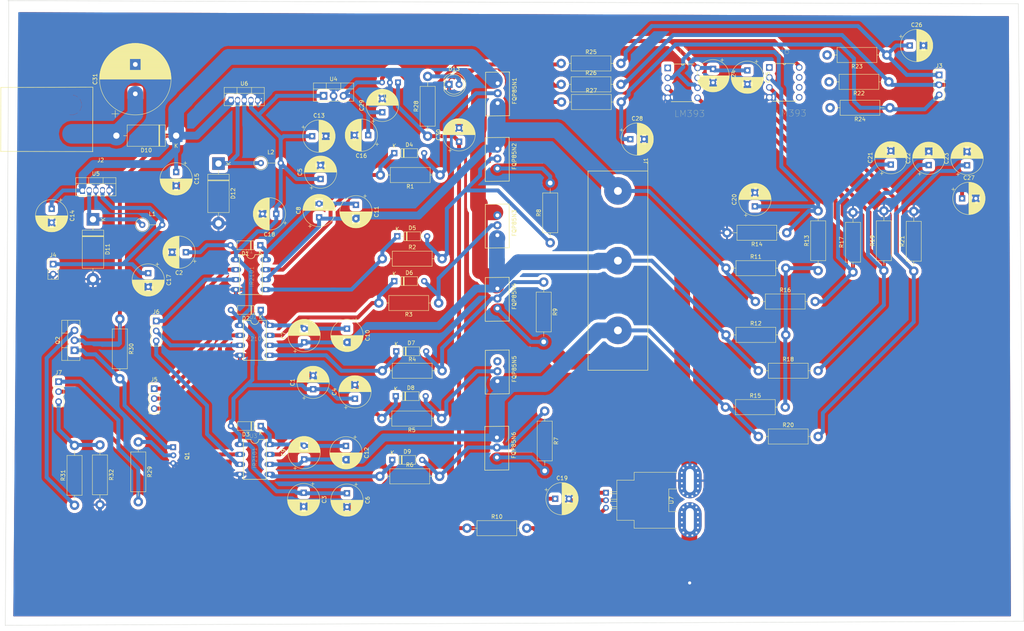
<source format=kicad_pcb>
(kicad_pcb (version 20171130) (host pcbnew "(5.0.2)-1")
  (layers (0 F.Cu signal) (31 B.Cu signal) (34 B.Paste user) (35 F.Paste user) (36 B.SilkS user) (37 F.SilkS user) (38 B.Mask user) (39 F.Mask user) (44 Edge.Cuts user))
  (net 0 "")
  (net 1 /Sheet5CB00087/CP)
  (net 2 GNDREF)
  (net 3 "Net-(R10-Pad2)")
  (net 4 /Sheet5CB00087/5V)
  (net 5 /Sheet5CB00087/V_BAT2+)
  (net 6 "Net-(D12-Pad1)")
  (net 7 /Sheet5CB00087/12V_Bootstrap)
  (net 8 /Sheet5CB00087/12V_Board)
  (net 9 "Net-(D11-Pad1)")
  (net 10 "Net-(D9-Pad1)")
  (net 11 "Net-(D9-Pad2)")
  (net 12 "Net-(D8-Pad2)")
  (net 13 "Net-(D8-Pad1)")
  (net 14 "Net-(D7-Pad1)")
  (net 15 "Net-(D7-Pad2)")
  (net 16 "Net-(D6-Pad2)")
  (net 17 "Net-(D6-Pad1)")
  (net 18 "Net-(D5-Pad1)")
  (net 19 "Net-(D5-Pad2)")
  (net 20 "Net-(D4-Pad2)")
  (net 21 "Net-(D4-Pad1)")
  (net 22 "Net-(C12-Pad1)")
  (net 23 "Net-(C10-Pad1)")
  (net 24 "Net-(C11-Pad1)")
  (net 25 /Sheet5CB00087/V_BAT+)
  (net 26 /Sheet5CB00087/PHASE_C)
  (net 27 /Sheet5CB00087/PHASE_B)
  (net 28 /Sheet5CB00087/PHASE_A)
  (net 29 "Net-(Q1-Pad1)")
  (net 30 "Net-(Q1-Pad2)")
  (net 31 "Net-(Q2-Pad3)")
  (net 32 "Net-(R23-Pad2)")
  (net 33 /Sheet5CB00087/BEMF_REF)
  (net 34 /Sheet5CB00087/BEMF_A)
  (net 35 /Sheet5CB00087/BEMF_B)
  (net 36 "Net-(R22-Pad2)")
  (net 37 /Sheet5CB00087/BEMF_C)
  (net 38 "Net-(R24-Pad2)")
  (net 39 /Sheet5CB00087/EXTIA)
  (net 40 /Sheet5CB00087/EXTIB)
  (net 41 /Sheet5CB00087/EXTIC)
  (net 42 "Net-(R11-Pad2)")
  (net 43 /Sheet5CB00087/CURRENT_SENSOR)
  (net 44 "Net-(D13-Pad2)")
  (net 45 /Sheet5CB00087/READ_CMD)
  (net 46 /Sheet5CB00087/BATT_VOLTAGE)
  (net 47 /Sheet5CB00087/HIN1)
  (net 48 /Sheet5CB00087/LIN1)
  (net 49 /Sheet5CB00087/LIN2)
  (net 50 /Sheet5CB00087/HIN2)
  (net 51 /Sheet5CB00087/HIN3)
  (net 52 /Sheet5CB00087/LIN3)
  (net 53 /Sheet5CB00087/3V3)
  (module Connector_PinHeader_2.54mm:PinHeader_1x03_P2.54mm_Vertical (layer F.Cu) (at 35.306 122.301)
    (fp_text reference J7 (at 0 -2.33) (layer F.SilkS))
    (fp_text value Conn_01x03)
    (pad 1 thru_hole rect (at 0 0) (size 1.7 1.7) (drill 1) (layers *.Cu *.Mask) (net 45 /Sheet5CB00087/READ_CMD))
    (pad 2 thru_hole oval (at 0 2.54) (size 1.7 1.7) (drill 1) (layers *.Cu *.Mask) (net 43 /Sheet5CB00087/CURRENT_SENSOR))
    (pad 3 thru_hole oval (at 0 5.08) (size 1.7 1.7) (drill 1) (layers *.Cu *.Mask) (net 46 /Sheet5CB00087/BATT_VOLTAGE))
  )
  (module Capacitor_THT:CP_Radial_D8.0mm_P3.50mm (layer F.Cu) (at 90.805 79.502 180)
    (fp_text reference C18 (at 1.75 -5.25 180) (layer F.SilkS))
    (fp_text value 330uF)
    (pad 2 thru_hole circle (at 3.5 0 180) (size 1.6 1.6) (drill 0.8) (layers *.Cu *.Mask) (net 2 GNDREF))
    (pad 1 thru_hole rect (at 0 0 180) (size 1.6 1.6) (drill 0.8) (layers *.Cu *.Mask) (net 7 /Sheet5CB00087/12V_Bootstrap))
  )
  (module Capacitor_THT:CP_Radial_D8.0mm_P3.50mm (layer F.Cu) (at 101.727 80.391 90)
    (fp_text reference C8 (at 1.75 -5.25 90) (layer F.SilkS))
    (fp_text value 10uF)
    (pad 1 thru_hole rect (at 0 0 90) (size 1.6 1.6) (drill 0.8) (layers *.Cu *.Mask) (net 28 /Sheet5CB00087/PHASE_A))
    (pad 2 thru_hole circle (at 3.5 0 90) (size 1.6 1.6) (drill 0.8) (layers *.Cu *.Mask) (net 24 "Net-(C11-Pad1)"))
  )
  (module Inductor_THT:L_Axial_L7.0mm_D3.3mm_P5.08mm_Vertical_Fastron_MICC (layer F.Cu) (at 86.868 66.548)
    (fp_text reference L2 (at 2.54 -2.77) (layer F.SilkS))
    (fp_text value 300uH)
    (pad 2 thru_hole oval (at 5.08 0) (size 1.6 1.6) (drill 0.8) (layers *.Cu *.Mask) (net 7 /Sheet5CB00087/12V_Bootstrap))
    (pad 1 thru_hole circle (at 0 0) (size 1.6 1.6) (drill 0.8) (layers *.Cu *.Mask) (net 6 "Net-(D12-Pad1)"))
  )
  (module Package_TO_SOT_THT:TO-220-3_Vertical (layer F.Cu) (at 102.87 49.403)
    (fp_text reference U4 (at 2.54 -4.27) (layer F.SilkS))
    (fp_text value L7805)
    (pad 3 thru_hole oval (at 5.08 0) (size 1.905 2) (drill 1.1) (layers *.Cu *.Mask) (net 4 /Sheet5CB00087/5V))
    (pad 2 thru_hole oval (at 2.54 0) (size 1.905 2) (drill 1.1) (layers *.Cu *.Mask) (net 2 GNDREF))
    (pad 1 thru_hole rect (at 0 0) (size 1.905 2) (drill 1.1) (layers *.Cu *.Mask) (net 7 /Sheet5CB00087/12V_Bootstrap))
  )
  (module Diode_THT:D_DO-201AD_P15.24mm_Horizontal (layer F.Cu) (at 76.073 66.675 270)
    (fp_text reference D12 (at 7.62 -3.72 270) (layer F.SilkS))
    (fp_text value 1N5828)
    (fp_text user K (at 0 -2.6 270) (layer F.SilkS))
    (pad 1 thru_hole rect (at 0 0 270) (size 3.2 3.2) (drill 1.6) (layers *.Cu *.Mask) (net 6 "Net-(D12-Pad1)"))
    (pad 2 thru_hole oval (at 15.24 0 270) (size 3.2 3.2) (drill 1.6) (layers *.Cu *.Mask) (net 2 GNDREF))
  )
  (module Diode_THT:D_DO-35_SOD27_P7.62mm_Horizontal (layer F.Cu) (at 86.741 87.503 180)
    (fp_text reference D1 (at 3.81 -2.12 180) (layer F.SilkS))
    (fp_text value 1N4148)
    (fp_text user K (at 0 -1.8 180) (layer F.SilkS))
    (pad 1 thru_hole rect (at 0 0 180) (size 1.6 1.6) (drill 0.8) (layers *.Cu *.Mask) (net 24 "Net-(C11-Pad1)"))
    (pad 2 thru_hole oval (at 7.62 0 180) (size 1.6 1.6) (drill 0.8) (layers *.Cu *.Mask) (net 7 /Sheet5CB00087/12V_Bootstrap))
  )
  (module Package_TO_SOT_THT:TO-220-5_Vertical (layer F.Cu) (at 79.248 50.546)
    (fp_text reference U6 (at 3.4 -4.27) (layer F.SilkS))
    (fp_text value LM2576HVT-12)
    (pad 1 thru_hole rect (at 0 0) (size 1.275 1.8) (drill 1.1) (layers *.Cu *.Mask) (net 5 /Sheet5CB00087/V_BAT2+))
    (pad 2 thru_hole oval (at 1.7 0) (size 1.275 1.8) (drill 1.1) (layers *.Cu *.Mask) (net 6 "Net-(D12-Pad1)"))
    (pad 3 thru_hole oval (at 3.4 0) (size 1.275 1.8) (drill 1.1) (layers *.Cu *.Mask) (net 2 GNDREF))
    (pad 4 thru_hole oval (at 5.1 0) (size 1.275 1.8) (drill 1.1) (layers *.Cu *.Mask) (net 7 /Sheet5CB00087/12V_Bootstrap))
    (pad 5 thru_hole oval (at 6.8 0) (size 1.275 1.8) (drill 1.1) (layers *.Cu *.Mask) (net 2 GNDREF))
  )
  (module Connector_PinHeader_2.54mm:PinHeader_1x03_P2.54mm_Vertical (layer F.Cu) (at 60.198 106.807)
    (fp_text reference J6 (at 0 -2.33) (layer F.SilkS))
    (fp_text value Conn_01x03)
    (pad 3 thru_hole oval (at 0 5.08) (size 1.7 1.7) (drill 1) (layers *.Cu *.Mask) (net 52 /Sheet5CB00087/LIN3))
    (pad 2 thru_hole oval (at 0 2.54) (size 1.7 1.7) (drill 1) (layers *.Cu *.Mask) (net 49 /Sheet5CB00087/LIN2))
    (pad 1 thru_hole rect (at 0 0) (size 1.7 1.7) (drill 1) (layers *.Cu *.Mask) (net 48 /Sheet5CB00087/LIN1))
  )
  (module Connector_PinHeader_2.54mm:PinHeader_1x03_P2.54mm_Vertical (layer F.Cu) (at 59.69 124.079)
    (fp_text reference J5 (at 0 -2.33) (layer F.SilkS))
    (fp_text value Conn_01x03)
    (pad 1 thru_hole rect (at 0 0) (size 1.7 1.7) (drill 1) (layers *.Cu *.Mask) (net 47 /Sheet5CB00087/HIN1))
    (pad 2 thru_hole oval (at 0 2.54) (size 1.7 1.7) (drill 1) (layers *.Cu *.Mask) (net 50 /Sheet5CB00087/HIN2))
    (pad 3 thru_hole oval (at 0 5.08) (size 1.7 1.7) (drill 1) (layers *.Cu *.Mask) (net 51 /Sheet5CB00087/HIN3))
  )
  (module Connector:MOTOR_CONNECTOR (layer F.Cu) (at 185.547 66.04 270)
    (fp_text reference J1 (at 0 0.5 270) (layer F.SilkS))
    (fp_text value Conn_01x03)
    (pad 1 thru_hole circle (at 7.62 7.62 270) (size 7 7) (drill 2) (layers *.Cu *.Mask) (net 28 /Sheet5CB00087/PHASE_A))
    (pad 2 thru_hole circle (at 25.4 7.62 270) (size 7 7) (drill 2) (layers *.Cu *.Mask) (net 27 /Sheet5CB00087/PHASE_B))
    (pad 3 thru_hole circle (at 43.18 7.62 270) (size 7 7) (drill 2) (layers *.Cu *.Mask) (net 26 /Sheet5CB00087/PHASE_C))
  )
  (module Capacitor_THT:CP_Radial_D18.0mm_P7.50mm (layer F.Cu) (at 54.864 48.895 90)
    (fp_text reference C31 (at 3.75 -10.25 90) (layer F.SilkS))
    (fp_text value C)
    (pad 1 thru_hole rect (at 0 0 90) (size 2.4 2.4) (drill 1.2) (layers *.Cu *.Mask) (net 25 /Sheet5CB00087/V_BAT+))
    (pad 2 thru_hole circle (at 7.5 0 90) (size 2.4 2.4) (drill 1.2) (layers *.Cu *.Mask) (net 2 GNDREF))
  )
  (module Capacitor_THT:CP_Radial_D8.0mm_P3.50mm (layer F.Cu) (at 114.244 59.436 180)
    (fp_text reference C16 (at 1.75 -5.25 180) (layer F.SilkS))
    (fp_text value 0.1uF)
    (pad 1 thru_hole rect (at 0 0 180) (size 1.6 1.6) (drill 0.8) (layers *.Cu *.Mask) (net 4 /Sheet5CB00087/5V))
    (pad 2 thru_hole circle (at 3.5 0 180) (size 1.6 1.6) (drill 0.8) (layers *.Cu *.Mask) (net 2 GNDREF))
  )
  (module Capacitor_THT:CP_Radial_D8.0mm_P3.50mm (layer F.Cu) (at 161.925 152.146)
    (fp_text reference C19 (at 1.75 -5.25) (layer F.SilkS))
    (fp_text value C_Small)
    (pad 1 thru_hole rect (at 0 0) (size 1.6 1.6) (drill 0.8) (layers *.Cu *.Mask) (net 43 /Sheet5CB00087/CURRENT_SENSOR))
    (pad 2 thru_hole circle (at 3.5 0) (size 1.6 1.6) (drill 0.8) (layers *.Cu *.Mask) (net 2 GNDREF))
  )
  (module Capacitor_THT:CP_Radial_D8.0mm_P3.50mm (layer F.Cu) (at 212.852 77.597 90)
    (fp_text reference C20 (at 1.75 -5.25 90) (layer F.SilkS))
    (fp_text value C_Small)
    (pad 2 thru_hole circle (at 3.5 0 90) (size 1.6 1.6) (drill 0.8) (layers *.Cu *.Mask) (net 2 GNDREF))
    (pad 1 thru_hole rect (at 0 0 90) (size 1.6 1.6) (drill 0.8) (layers *.Cu *.Mask) (net 33 /Sheet5CB00087/BEMF_REF))
  )
  (module Capacitor_THT:CP_Radial_D8.0mm_P3.50mm (layer F.Cu) (at 247.523 66.929 90)
    (fp_text reference C21 (at 1.75 -5.25 90) (layer F.SilkS))
    (fp_text value C_Small)
    (pad 1 thru_hole rect (at 0 0 90) (size 1.6 1.6) (drill 0.8) (layers *.Cu *.Mask) (net 34 /Sheet5CB00087/BEMF_A))
    (pad 2 thru_hole circle (at 3.5 0 90) (size 1.6 1.6) (drill 0.8) (layers *.Cu *.Mask) (net 2 GNDREF))
  )
  (module Capacitor_THT:CP_Radial_D8.0mm_P3.50mm (layer F.Cu) (at 266.954 67.127 90)
    (fp_text reference C23 (at 1.75 -5.25 90) (layer F.SilkS))
    (fp_text value C_Small)
    (pad 2 thru_hole circle (at 3.5 0 90) (size 1.6 1.6) (drill 0.8) (layers *.Cu *.Mask) (net 2 GNDREF))
    (pad 1 thru_hole rect (at 0 0 90) (size 1.6 1.6) (drill 0.8) (layers *.Cu *.Mask) (net 37 /Sheet5CB00087/BEMF_C))
  )
  (module Capacitor_THT:CP_Radial_D8.0mm_P3.50mm (layer F.Cu) (at 202.184 42.545 270)
    (fp_text reference C24 (at 1.75 -5.25 270) (layer F.SilkS))
    (fp_text value 1)
    (pad 1 thru_hole rect (at 0 0 270) (size 1.6 1.6) (drill 0.8) (layers *.Cu *.Mask) (net 4 /Sheet5CB00087/5V))
    (pad 2 thru_hole circle (at 3.5 0 270) (size 1.6 1.6) (drill 0.8) (layers *.Cu *.Mask) (net 2 GNDREF))
  )
  (module Capacitor_THT:CP_Radial_D8.0mm_P3.50mm (layer F.Cu) (at 65.278 68.834 270)
    (fp_text reference C15 (at 1.75 -5.25 270) (layer F.SilkS))
    (fp_text value 100uF)
    (pad 2 thru_hole circle (at 3.5 0 270) (size 1.6 1.6) (drill 0.8) (layers *.Cu *.Mask) (net 2 GNDREF))
    (pad 1 thru_hole rect (at 0 0 270) (size 1.6 1.6) (drill 0.8) (layers *.Cu *.Mask) (net 5 /Sheet5CB00087/V_BAT2+))
  )
  (module Capacitor_THT:CP_Radial_D8.0mm_P3.50mm (layer F.Cu) (at 252.349 36.576)
    (fp_text reference C26 (at 1.75 -5.25) (layer F.SilkS))
    (fp_text value C_Small)
    (pad 1 thru_hole rect (at 0 0) (size 1.6 1.6) (drill 0.8) (layers *.Cu *.Mask) (net 39 /Sheet5CB00087/EXTIA))
    (pad 2 thru_hole circle (at 3.5 0) (size 1.6 1.6) (drill 0.8) (layers *.Cu *.Mask) (net 2 GNDREF))
  )
  (module Capacitor_THT:CP_Radial_D8.0mm_P3.50mm (layer F.Cu) (at 265.684 75.565)
    (fp_text reference C27 (at 1.75 -5.25) (layer F.SilkS))
    (fp_text value C_Small)
    (pad 2 thru_hole circle (at 3.5 0) (size 1.6 1.6) (drill 0.8) (layers *.Cu *.Mask) (net 2 GNDREF))
    (pad 1 thru_hole rect (at 0 0) (size 1.6 1.6) (drill 0.8) (layers *.Cu *.Mask) (net 40 /Sheet5CB00087/EXTIB))
  )
  (module Capacitor_THT:CP_Radial_D8.0mm_P3.50mm (layer F.Cu) (at 181.102 60.452)
    (fp_text reference C28 (at 1.75 -5.25) (layer F.SilkS))
    (fp_text value C_Small)
    (pad 1 thru_hole rect (at 0 0) (size 1.6 1.6) (drill 0.8) (layers *.Cu *.Mask) (net 41 /Sheet5CB00087/EXTIC))
    (pad 2 thru_hole circle (at 3.5 0) (size 1.6 1.6) (drill 0.8) (layers *.Cu *.Mask) (net 2 GNDREF))
  )
  (module Capacitor_THT:CP_Radial_D8.0mm_P3.50mm (layer F.Cu) (at 117.856 53.594 90)
    (fp_text reference C29 (at 1.75 -5.25 90) (layer F.SilkS))
    (fp_text value C_Small)
    (pad 2 thru_hole circle (at 3.5 0 90) (size 1.6 1.6) (drill 0.8) (layers *.Cu *.Mask) (net 2 GNDREF))
    (pad 1 thru_hole rect (at 0 0 90) (size 1.6 1.6) (drill 0.8) (layers *.Cu *.Mask) (net 4 /Sheet5CB00087/5V))
  )
  (module Capacitor_THT:CP_Radial_D8.0mm_P3.50mm (layer F.Cu) (at 100.203 124.206 90)
    (fp_text reference C1 (at 1.75 -5.25 90) (layer F.SilkS))
    (fp_text value 10uF)
    (pad 1 thru_hole rect (at 0 0 90) (size 1.6 1.6) (drill 0.8) (layers *.Cu *.Mask) (net 7 /Sheet5CB00087/12V_Bootstrap))
    (pad 2 thru_hole circle (at 3.5 0 90) (size 1.6 1.6) (drill 0.8) (layers *.Cu *.Mask) (net 2 GNDREF))
  )
  (module Capacitor_THT:CP_Radial_D8.0mm_P3.50mm (layer F.Cu) (at 137.414 61.087 90)
    (fp_text reference C30 (at 1.75 -5.25 90) (layer F.SilkS))
    (fp_text value C_Small)
    (pad 2 thru_hole circle (at 3.5 0 90) (size 1.6 1.6) (drill 0.8) (layers *.Cu *.Mask) (net 2 GNDREF))
    (pad 1 thru_hole rect (at 0 0 90) (size 1.6 1.6) (drill 0.8) (layers *.Cu *.Mask) (net 53 /Sheet5CB00087/3V3))
  )
  (module Capacitor_THT:CP_Radial_D8.0mm_P3.50mm (layer F.Cu) (at 58.166 94.615 270)
    (fp_text reference C17 (at 1.75 -5.25 270) (layer F.SilkS))
    (fp_text value 330uF)
    (pad 1 thru_hole rect (at 0 0 270) (size 1.6 1.6) (drill 0.8) (layers *.Cu *.Mask) (net 8 /Sheet5CB00087/12V_Board))
    (pad 2 thru_hole circle (at 3.5 0 270) (size 1.6 1.6) (drill 0.8) (layers *.Cu *.Mask) (net 2 GNDREF))
  )
  (module Capacitor_THT:CP_Radial_D8.0mm_P3.50mm (layer F.Cu) (at 67.762 89.281 180)
    (fp_text reference C2 (at 1.75 -5.25 180) (layer F.SilkS))
    (fp_text value 10uF)
    (pad 1 thru_hole rect (at 0 0 180) (size 1.6 1.6) (drill 0.8) (layers *.Cu *.Mask) (net 7 /Sheet5CB00087/12V_Bootstrap))
    (pad 2 thru_hole circle (at 3.5 0 180) (size 1.6 1.6) (drill 0.8) (layers *.Cu *.Mask) (net 2 GNDREF))
  )
  (module Capacitor_THT:CP_Radial_D8.0mm_P3.50mm (layer F.Cu) (at 97.79 150.622 270)
    (fp_text reference C3 (at 1.75 -5.25 270) (layer F.SilkS))
    (fp_text value 10uF)
    (pad 2 thru_hole circle (at 3.5 0 270) (size 1.6 1.6) (drill 0.8) (layers *.Cu *.Mask) (net 2 GNDREF))
    (pad 1 thru_hole rect (at 0 0 270) (size 1.6 1.6) (drill 0.8) (layers *.Cu *.Mask) (net 7 /Sheet5CB00087/12V_Bootstrap))
  )
  (module Capacitor_THT:CP_Radial_D8.0mm_P3.50mm (layer F.Cu) (at 110.871 126.619 90)
    (fp_text reference C4 (at 1.75 -5.25 90) (layer F.SilkS))
    (fp_text value 100nF)
    (pad 1 thru_hole rect (at 0 0 90) (size 1.6 1.6) (drill 0.8) (layers *.Cu *.Mask) (net 7 /Sheet5CB00087/12V_Bootstrap))
    (pad 2 thru_hole circle (at 3.5 0 90) (size 1.6 1.6) (drill 0.8) (layers *.Cu *.Mask) (net 2 GNDREF))
  )
  (module Capacitor_THT:CP_Radial_D8.0mm_P3.50mm (layer F.Cu) (at 102.108 70.612 90)
    (fp_text reference C5 (at 1.75 -5.25 90) (layer F.SilkS))
    (fp_text value 100nF)
    (pad 2 thru_hole circle (at 3.5 0 90) (size 1.6 1.6) (drill 0.8) (layers *.Cu *.Mask) (net 2 GNDREF))
    (pad 1 thru_hole rect (at 0 0 90) (size 1.6 1.6) (drill 0.8) (layers *.Cu *.Mask) (net 7 /Sheet5CB00087/12V_Bootstrap))
  )
  (module Capacitor_THT:CP_Radial_D8.0mm_P3.50mm (layer F.Cu) (at 108.839 150.749 270)
    (fp_text reference C6 (at 1.75 -5.25 270) (layer F.SilkS))
    (fp_text value 100nF)
    (pad 1 thru_hole rect (at 0 0 270) (size 1.6 1.6) (drill 0.8) (layers *.Cu *.Mask) (net 7 /Sheet5CB00087/12V_Bootstrap))
    (pad 2 thru_hole circle (at 3.5 0 270) (size 1.6 1.6) (drill 0.8) (layers *.Cu *.Mask) (net 2 GNDREF))
  )
  (module Capacitor_THT:CP_Radial_D8.0mm_P3.50mm (layer F.Cu) (at 97.917 112.268 90)
    (fp_text reference C7 (at 1.75 -5.25 90) (layer F.SilkS))
    (fp_text value 10uF)
    (pad 2 thru_hole circle (at 3.5 0 90) (size 1.6 1.6) (drill 0.8) (layers *.Cu *.Mask) (net 23 "Net-(C10-Pad1)"))
    (pad 1 thru_hole rect (at 0 0 90) (size 1.6 1.6) (drill 0.8) (layers *.Cu *.Mask) (net 27 /Sheet5CB00087/PHASE_B))
  )
  (module Capacitor_THT:CP_Radial_D8.0mm_P3.50mm (layer F.Cu) (at 97.917 142.113 90)
    (fp_text reference C9 (at 1.75 -5.25 90) (layer F.SilkS))
    (fp_text value 10uF)
    (pad 2 thru_hole circle (at 3.5 0 90) (size 1.6 1.6) (drill 0.8) (layers *.Cu *.Mask) (net 22 "Net-(C12-Pad1)"))
    (pad 1 thru_hole rect (at 0 0 90) (size 1.6 1.6) (drill 0.8) (layers *.Cu *.Mask) (net 26 /Sheet5CB00087/PHASE_C))
  )
  (module Capacitor_THT:CP_Radial_D8.0mm_P3.50mm (layer F.Cu) (at 108.839 108.768 270)
    (fp_text reference C10 (at 1.75 -5.25 270) (layer F.SilkS))
    (fp_text value 100nF)
    (pad 1 thru_hole rect (at 0 0 270) (size 1.6 1.6) (drill 0.8) (layers *.Cu *.Mask) (net 23 "Net-(C10-Pad1)"))
    (pad 2 thru_hole circle (at 3.5 0 270) (size 1.6 1.6) (drill 0.8) (layers *.Cu *.Mask) (net 27 /Sheet5CB00087/PHASE_B))
  )
  (module Capacitor_THT:CP_Radial_D8.0mm_P3.50mm (layer F.Cu) (at 111.125 77.216 270)
    (fp_text reference C11 (at 1.75 -5.25 270) (layer F.SilkS))
    (fp_text value 100nF)
    (pad 2 thru_hole circle (at 3.5 0 270) (size 1.6 1.6) (drill 0.8) (layers *.Cu *.Mask) (net 28 /Sheet5CB00087/PHASE_A))
    (pad 1 thru_hole rect (at 0 0 270) (size 1.6 1.6) (drill 0.8) (layers *.Cu *.Mask) (net 24 "Net-(C11-Pad1)"))
  )
  (module Capacitor_THT:CP_Radial_D8.0mm_P3.50mm (layer F.Cu) (at 108.585 138.684 270)
    (fp_text reference C12 (at 1.75 -5.25 270) (layer F.SilkS))
    (fp_text value 100nF)
    (pad 1 thru_hole rect (at 0 0 270) (size 1.6 1.6) (drill 0.8) (layers *.Cu *.Mask) (net 22 "Net-(C12-Pad1)"))
    (pad 2 thru_hole circle (at 3.5 0 270) (size 1.6 1.6) (drill 0.8) (layers *.Cu *.Mask) (net 26 /Sheet5CB00087/PHASE_C))
  )
  (module Capacitor_THT:CP_Radial_D8.0mm_P3.50mm (layer F.Cu) (at 99.949 59.69)
    (fp_text reference C13 (at 1.75 -5.25) (layer F.SilkS))
    (fp_text value CP1)
    (pad 2 thru_hole circle (at 3.5 0) (size 1.6 1.6) (drill 0.8) (layers *.Cu *.Mask) (net 2 GNDREF))
    (pad 1 thru_hole rect (at 0 0) (size 1.6 1.6) (drill 0.8) (layers *.Cu *.Mask) (net 7 /Sheet5CB00087/12V_Bootstrap))
  )
  (module Capacitor_THT:CP_Radial_D8.0mm_P3.50mm (layer F.Cu) (at 33.528 78.232 270)
    (fp_text reference C14 (at 1.75 -5.25 270) (layer F.SilkS))
    (fp_text value 100uF)
    (pad 1 thru_hole rect (at 0 0 270) (size 1.6 1.6) (drill 0.8) (layers *.Cu *.Mask) (net 5 /Sheet5CB00087/V_BAT2+))
    (pad 2 thru_hole circle (at 3.5 0 270) (size 1.6 1.6) (drill 0.8) (layers *.Cu *.Mask) (net 2 GNDREF))
  )
  (module Capacitor_THT:CP_Radial_D8.0mm_P3.50mm (layer F.Cu) (at 257.175 67.056 90)
    (fp_text reference C22 (at 1.75 -5.25 90) (layer F.SilkS))
    (fp_text value C_Small)
    (pad 2 thru_hole circle (at 3.5 0 90) (size 1.6 1.6) (drill 0.8) (layers *.Cu *.Mask) (net 2 GNDREF))
    (pad 1 thru_hole rect (at 0 0 90) (size 1.6 1.6) (drill 0.8) (layers *.Cu *.Mask) (net 35 /Sheet5CB00087/BEMF_B))
  )
  (module Capacitor_THT:CP_Radial_D8.0mm_P3.50mm (layer F.Cu) (at 210.947 42.926 270)
    (fp_text reference C25 (at 1.75 -5.25 270) (layer F.SilkS))
    (fp_text value 1)
    (pad 1 thru_hole rect (at 0 0 270) (size 1.6 1.6) (drill 0.8) (layers *.Cu *.Mask) (net 4 /Sheet5CB00087/5V))
    (pad 2 thru_hole circle (at 3.5 0 270) (size 1.6 1.6) (drill 0.8) (layers *.Cu *.Mask) (net 2 GNDREF))
  )
  (module Inductor_THT:L_Axial_L7.0mm_D3.3mm_P5.08mm_Vertical_Fastron_MICC (layer F.Cu) (at 56.642 82.296)
    (fp_text reference L1 (at 2.54 -2.77) (layer F.SilkS))
    (fp_text value 300uH)
    (pad 1 thru_hole circle (at 0 0) (size 1.6 1.6) (drill 0.8) (layers *.Cu *.Mask) (net 9 "Net-(D11-Pad1)"))
    (pad 2 thru_hole oval (at 5.08 0) (size 1.6 1.6) (drill 0.8) (layers *.Cu *.Mask) (net 8 /Sheet5CB00087/12V_Board))
  )
  (module LED_THT:LED_D5.0mm (layer F.Cu) (at 134.874 46.482)
    (fp_text reference D13 (at 1.27 -3.96) (layer F.SilkS))
    (fp_text value LED)
    (pad 1 thru_hole rect (at 0 0) (size 1.8 1.8) (drill 0.9) (layers *.Cu *.Mask) (net 2 GNDREF))
    (pad 2 thru_hole circle (at 2.54 0) (size 1.8 1.8) (drill 0.9) (layers *.Cu *.Mask) (net 44 "Net-(D13-Pad2)"))
  )
  (module Resistor_THT:R_Axial_DIN0411_L9.9mm_D3.6mm_P15.24mm_Horizontal (layer F.Cu) (at 132.588 69.596 180)
    (fp_text reference R1 (at 7.62 -2.92 180) (layer F.SilkS))
    (fp_text value 22)
    (pad 2 thru_hole oval (at 15.24 0 180) (size 2.4 2.4) (drill 1.2) (layers *.Cu *.Mask) (net 21 "Net-(D4-Pad1)"))
    (pad 1 thru_hole circle (at 0 0 180) (size 2.4 2.4) (drill 1.2) (layers *.Cu *.Mask) (net 20 "Net-(D4-Pad2)"))
  )
  (module Resistor_THT:R_Axial_DIN0411_L9.9mm_D3.6mm_P15.24mm_Horizontal (layer F.Cu) (at 117.856 90.932)
    (fp_text reference R2 (at 7.62 -2.92) (layer F.SilkS))
    (fp_text value 22)
    (pad 1 thru_hole circle (at 0 0) (size 2.4 2.4) (drill 1.2) (layers *.Cu *.Mask) (net 18 "Net-(D5-Pad1)"))
    (pad 2 thru_hole oval (at 15.24 0) (size 2.4 2.4) (drill 1.2) (layers *.Cu *.Mask) (net 19 "Net-(D5-Pad2)"))
  )
  (module Resistor_THT:R_Axial_DIN0411_L9.9mm_D3.6mm_P15.24mm_Horizontal (layer F.Cu) (at 132.207 102.235 180)
    (fp_text reference R3 (at 7.62 -2.92 180) (layer F.SilkS))
    (fp_text value 22)
    (pad 2 thru_hole oval (at 15.24 0 180) (size 2.4 2.4) (drill 1.2) (layers *.Cu *.Mask) (net 17 "Net-(D6-Pad1)"))
    (pad 1 thru_hole circle (at 0 0 180) (size 2.4 2.4) (drill 1.2) (layers *.Cu *.Mask) (net 16 "Net-(D6-Pad2)"))
  )
  (module Resistor_THT:R_Axial_DIN0411_L9.9mm_D3.6mm_P15.24mm_Horizontal (layer F.Cu) (at 45.847 138.43 270)
    (fp_text reference R32 (at 7.62 -2.92 270) (layer F.SilkS))
    (fp_text value 13K)
    (pad 1 thru_hole circle (at 0 0 270) (size 2.4 2.4) (drill 1.2) (layers *.Cu *.Mask) (net 46 /Sheet5CB00087/BATT_VOLTAGE))
    (pad 2 thru_hole oval (at 15.24 0 270) (size 2.4 2.4) (drill 1.2) (layers *.Cu *.Mask) (net 2 GNDREF))
  )
  (module Resistor_THT:R_Axial_DIN0411_L9.9mm_D3.6mm_P15.24mm_Horizontal (layer F.Cu) (at 39.37 153.797 90)
    (fp_text reference R31 (at 7.62 -2.92 90) (layer F.SilkS))
    (fp_text value 150K)
    (pad 2 thru_hole oval (at 15.24 0 90) (size 2.4 2.4) (drill 1.2) (layers *.Cu *.Mask) (net 46 /Sheet5CB00087/BATT_VOLTAGE))
    (pad 1 thru_hole circle (at 0 0 90) (size 2.4 2.4) (drill 1.2) (layers *.Cu *.Mask) (net 31 "Net-(Q2-Pad3)"))
  )
  (module Resistor_THT:R_Axial_DIN0411_L9.9mm_D3.6mm_P15.24mm_Horizontal (layer F.Cu) (at 50.927 106.299 270)
    (fp_text reference R30 (at 7.62 -2.92 270) (layer F.SilkS))
    (fp_text value 10K)
    (pad 1 thru_hole circle (at 0 0 270) (size 2.4 2.4) (drill 1.2) (layers *.Cu *.Mask) (net 5 /Sheet5CB00087/V_BAT2+))
    (pad 2 thru_hole oval (at 15.24 0 270) (size 2.4 2.4) (drill 1.2) (layers *.Cu *.Mask) (net 29 "Net-(Q1-Pad1)"))
  )
  (module Resistor_THT:R_Axial_DIN0411_L9.9mm_D3.6mm_P15.24mm_Horizontal (layer F.Cu) (at 55.626 137.668 270)
    (fp_text reference R29 (at 7.62 -2.92 270) (layer F.SilkS))
    (fp_text value 10K)
    (pad 2 thru_hole oval (at 15.24 0 270) (size 2.4 2.4) (drill 1.2) (layers *.Cu *.Mask) (net 45 /Sheet5CB00087/READ_CMD))
    (pad 1 thru_hole circle (at 0 0 270) (size 2.4 2.4) (drill 1.2) (layers *.Cu *.Mask) (net 30 "Net-(Q1-Pad2)"))
  )
  (module Resistor_THT:R_Axial_DIN0411_L9.9mm_D3.6mm_P15.24mm_Horizontal (layer F.Cu) (at 163.527001 50.986001)
    (fp_text reference R27 (at 7.62 -2.92) (layer F.SilkS))
    (fp_text value R)
    (pad 1 thru_hole circle (at 0 0) (size 2.4 2.4) (drill 1.2) (layers *.Cu *.Mask) (net 4 /Sheet5CB00087/5V))
    (pad 2 thru_hole oval (at 15.24 0) (size 2.4 2.4) (drill 1.2) (layers *.Cu *.Mask) (net 41 /Sheet5CB00087/EXTIC))
  )
  (module Resistor_THT:R_Axial_DIN0411_L9.9mm_D3.6mm_P15.24mm_Horizontal (layer F.Cu) (at 163.449 46.482)
    (fp_text reference R26 (at 7.62 -2.92) (layer F.SilkS))
    (fp_text value R)
    (pad 2 thru_hole oval (at 15.24 0) (size 2.4 2.4) (drill 1.2) (layers *.Cu *.Mask) (net 40 /Sheet5CB00087/EXTIB))
    (pad 1 thru_hole circle (at 0 0) (size 2.4 2.4) (drill 1.2) (layers *.Cu *.Mask) (net 4 /Sheet5CB00087/5V))
  )
  (module Resistor_THT:R_Axial_DIN0411_L9.9mm_D3.6mm_P15.24mm_Horizontal (layer F.Cu) (at 163.449 41.148)
    (fp_text reference R25 (at 7.62 -2.92) (layer F.SilkS))
    (fp_text value R)
    (pad 1 thru_hole circle (at 0 0) (size 2.4 2.4) (drill 1.2) (layers *.Cu *.Mask) (net 4 /Sheet5CB00087/5V))
    (pad 2 thru_hole oval (at 15.24 0) (size 2.4 2.4) (drill 1.2) (layers *.Cu *.Mask) (net 39 /Sheet5CB00087/EXTIA))
  )
  (module Resistor_THT:R_Axial_DIN0411_L9.9mm_D3.6mm_P15.24mm_Horizontal (layer F.Cu) (at 247.269 52.451 180)
    (fp_text reference R24 (at 7.62 -2.92 180) (layer F.SilkS))
    (fp_text value R)
    (pad 2 thru_hole oval (at 15.24 0 180) (size 2.4 2.4) (drill 1.2) (layers *.Cu *.Mask) (net 38 "Net-(R24-Pad2)"))
    (pad 1 thru_hole circle (at 0 0 180) (size 2.4 2.4) (drill 1.2) (layers *.Cu *.Mask) (net 41 /Sheet5CB00087/EXTIC))
  )
  (module Resistor_THT:R_Axial_DIN0411_L9.9mm_D3.6mm_P15.24mm_Horizontal (layer F.Cu) (at 246.507 38.989 180)
    (fp_text reference R23 (at 7.62 -2.92 180) (layer F.SilkS))
    (fp_text value R)
    (pad 1 thru_hole circle (at 0 0 180) (size 2.4 2.4) (drill 1.2) (layers *.Cu *.Mask) (net 39 /Sheet5CB00087/EXTIA))
    (pad 2 thru_hole oval (at 15.24 0 180) (size 2.4 2.4) (drill 1.2) (layers *.Cu *.Mask) (net 32 "Net-(R23-Pad2)"))
  )
  (module Resistor_THT:R_Axial_DIN0411_L9.9mm_D3.6mm_P15.24mm_Horizontal (layer F.Cu) (at 247.015 45.847 180)
    (fp_text reference R22 (at 7.62 -2.92 180) (layer F.SilkS))
    (fp_text value R)
    (pad 2 thru_hole oval (at 15.24 0 180) (size 2.4 2.4) (drill 1.2) (layers *.Cu *.Mask) (net 36 "Net-(R22-Pad2)"))
    (pad 1 thru_hole circle (at 0 0 180) (size 2.4 2.4) (drill 1.2) (layers *.Cu *.Mask) (net 40 /Sheet5CB00087/EXTIB))
  )
  (module Resistor_THT:R_Axial_DIN0411_L9.9mm_D3.6mm_P15.24mm_Horizontal (layer F.Cu) (at 205.486 93.345)
    (fp_text reference R11 (at 7.62 -2.92) (layer F.SilkS))
    (fp_text value R)
    (pad 1 thru_hole circle (at 0 0) (size 2.4 2.4) (drill 1.2) (layers *.Cu *.Mask) (net 28 /Sheet5CB00087/PHASE_A))
    (pad 2 thru_hole oval (at 15.24 0) (size 2.4 2.4) (drill 1.2) (layers *.Cu *.Mask) (net 42 "Net-(R11-Pad2)"))
  )
  (module Resistor_THT:R_Axial_DIN0411_L9.9mm_D3.6mm_P15.24mm_Horizontal (layer F.Cu) (at 205.486 110.363)
    (fp_text reference R12 (at 7.62 -2.92) (layer F.SilkS))
    (fp_text value R)
    (pad 2 thru_hole oval (at 15.24 0) (size 2.4 2.4) (drill 1.2) (layers *.Cu *.Mask) (net 42 "Net-(R11-Pad2)"))
    (pad 1 thru_hole circle (at 0 0) (size 2.4 2.4) (drill 1.2) (layers *.Cu *.Mask) (net 27 /Sheet5CB00087/PHASE_B))
  )
  (module Resistor_THT:R_Axial_DIN0411_L9.9mm_D3.6mm_P15.24mm_Horizontal (layer F.Cu) (at 129.413 59.69 90)
    (fp_text reference R28 (at 7.62 -2.92 90) (layer F.SilkS))
    (fp_text value R)
    (pad 1 thru_hole circle (at 0 0 90) (size 2.4 2.4) (drill 1.2) (layers *.Cu *.Mask) (net 53 /Sheet5CB00087/3V3))
    (pad 2 thru_hole oval (at 15.24 0 90) (size 2.4 2.4) (drill 1.2) (layers *.Cu *.Mask) (net 44 "Net-(D13-Pad2)"))
  )
  (module Resistor_THT:R_Axial_DIN0411_L9.9mm_D3.6mm_P15.24mm_Horizontal (layer F.Cu) (at 132.969 131.699 180)
    (fp_text reference R5 (at 7.62 -2.92 180) (layer F.SilkS))
    (fp_text value 22)
    (pad 2 thru_hole oval (at 15.24 0 180) (size 2.4 2.4) (drill 1.2) (layers *.Cu *.Mask) (net 13 "Net-(D8-Pad1)"))
    (pad 1 thru_hole circle (at 0 0 180) (size 2.4 2.4) (drill 1.2) (layers *.Cu *.Mask) (net 12 "Net-(D8-Pad2)"))
  )
  (module Resistor_THT:R_Axial_DIN0411_L9.9mm_D3.6mm_P15.24mm_Horizontal (layer F.Cu) (at 117.221 146.431)
    (fp_text reference R6 (at 7.62 -2.92) (layer F.SilkS))
    (fp_text value 22)
    (pad 1 thru_hole circle (at 0 0) (size 2.4 2.4) (drill 1.2) (layers *.Cu *.Mask) (net 10 "Net-(D9-Pad1)"))
    (pad 2 thru_hole oval (at 15.24 0) (size 2.4 2.4) (drill 1.2) (layers *.Cu *.Mask) (net 11 "Net-(D9-Pad2)"))
  )
  (module Resistor_THT:R_Axial_DIN0411_L9.9mm_D3.6mm_P15.24mm_Horizontal (layer F.Cu) (at 159.258 129.794 270)
    (fp_text reference R7 (at 7.62 -2.92 270) (layer F.SilkS))
    (fp_text value 150k)
    (pad 2 thru_hole oval (at 15.24 0 270) (size 2.4 2.4) (drill 1.2) (layers *.Cu *.Mask) (net 1 /Sheet5CB00087/CP))
    (pad 1 thru_hole circle (at 0 0 270) (size 2.4 2.4) (drill 1.2) (layers *.Cu *.Mask) (net 11 "Net-(D9-Pad2)"))
  )
  (module Resistor_THT:R_Axial_DIN0411_L9.9mm_D3.6mm_P15.24mm_Horizontal (layer F.Cu) (at 160.655 86.868 90)
    (fp_text reference R8 (at 7.62 -2.92 90) (layer F.SilkS))
    (fp_text value 150k)
    (pad 1 thru_hole circle (at 0 0 90) (size 2.4 2.4) (drill 1.2) (layers *.Cu *.Mask) (net 19 "Net-(D5-Pad2)"))
    (pad 2 thru_hole oval (at 15.24 0 90) (size 2.4 2.4) (drill 1.2) (layers *.Cu *.Mask) (net 1 /Sheet5CB00087/CP))
  )
  (module Resistor_THT:R_Axial_DIN0411_L9.9mm_D3.6mm_P15.24mm_Horizontal (layer F.Cu) (at 159.004 96.901 270)
    (fp_text reference R9 (at 7.62 -2.92 270) (layer F.SilkS))
    (fp_text value 150k)
    (pad 2 thru_hole oval (at 15.24 0 270) (size 2.4 2.4) (drill 1.2) (layers *.Cu *.Mask) (net 1 /Sheet5CB00087/CP))
    (pad 1 thru_hole circle (at 0 0 270) (size 2.4 2.4) (drill 1.2) (layers *.Cu *.Mask) (net 15 "Net-(D7-Pad2)"))
  )
  (module Resistor_THT:R_Axial_DIN0411_L9.9mm_D3.6mm_P15.24mm_Horizontal (layer F.Cu) (at 139.446 159.639)
    (fp_text reference R10 (at 7.62 -2.92) (layer F.SilkS))
    (fp_text value R)
    (pad 1 thru_hole circle (at 0 0) (size 2.4 2.4) (drill 1.2) (layers *.Cu *.Mask) (net 43 /Sheet5CB00087/CURRENT_SENSOR))
    (pad 2 thru_hole oval (at 15.24 0) (size 2.4 2.4) (drill 1.2) (layers *.Cu *.Mask) (net 3 "Net-(R10-Pad2)"))
  )
  (module Resistor_THT:R_Axial_DIN0411_L9.9mm_D3.6mm_P15.24mm_Horizontal (layer F.Cu) (at 253.365 94.107 90)
    (fp_text reference R21 (at 7.62 -2.92 90) (layer F.SilkS))
    (fp_text value R)
    (pad 2 thru_hole oval (at 15.24 0 90) (size 2.4 2.4) (drill 1.2) (layers *.Cu *.Mask) (net 2 GNDREF))
    (pad 1 thru_hole circle (at 0 0 90) (size 2.4 2.4) (drill 1.2) (layers *.Cu *.Mask) (net 37 /Sheet5CB00087/BEMF_C))
  )
  (module Resistor_THT:R_Axial_DIN0411_L9.9mm_D3.6mm_P15.24mm_Horizontal (layer F.Cu) (at 228.981 93.98 90)
    (fp_text reference R13 (at 7.62 -2.92 90) (layer F.SilkS))
    (fp_text value R)
    (pad 1 thru_hole circle (at 0 0 90) (size 2.4 2.4) (drill 1.2) (layers *.Cu *.Mask) (net 42 "Net-(R11-Pad2)"))
    (pad 2 thru_hole oval (at 15.24 0 90) (size 2.4 2.4) (drill 1.2) (layers *.Cu *.Mask) (net 33 /Sheet5CB00087/BEMF_REF))
  )
  (module Resistor_THT:R_Axial_DIN0411_L9.9mm_D3.6mm_P15.24mm_Horizontal (layer F.Cu) (at 220.98 84.328 180)
    (fp_text reference R14 (at 7.62 -2.92 180) (layer F.SilkS))
    (fp_text value R)
    (pad 2 thru_hole oval (at 15.24 0 180) (size 2.4 2.4) (drill 1.2) (layers *.Cu *.Mask) (net 2 GNDREF))
    (pad 1 thru_hole circle (at 0 0 180) (size 2.4 2.4) (drill 1.2) (layers *.Cu *.Mask) (net 33 /Sheet5CB00087/BEMF_REF))
  )
  (module Resistor_THT:R_Axial_DIN0411_L9.9mm_D3.6mm_P15.24mm_Horizontal (layer F.Cu) (at 205.359 128.778)
    (fp_text reference R15 (at 7.62 -2.92) (layer F.SilkS))
    (fp_text value R)
    (pad 1 thru_hole circle (at 0 0) (size 2.4 2.4) (drill 1.2) (layers *.Cu *.Mask) (net 26 /Sheet5CB00087/PHASE_C))
    (pad 2 thru_hole oval (at 15.24 0) (size 2.4 2.4) (drill 1.2) (layers *.Cu *.Mask) (net 42 "Net-(R11-Pad2)"))
  )
  (module Resistor_THT:R_Axial_DIN0411_L9.9mm_D3.6mm_P15.24mm_Horizontal (layer F.Cu) (at 212.979 101.854)
    (fp_text reference R16 (at 7.62 -2.92) (layer F.SilkS))
    (fp_text value R)
    (pad 2 thru_hole oval (at 15.24 0) (size 2.4 2.4) (drill 1.2) (layers *.Cu *.Mask) (net 34 /Sheet5CB00087/BEMF_A))
    (pad 1 thru_hole circle (at 0 0) (size 2.4 2.4) (drill 1.2) (layers *.Cu *.Mask) (net 28 /Sheet5CB00087/PHASE_A))
  )
  (module Resistor_THT:R_Axial_DIN0411_L9.9mm_D3.6mm_P15.24mm_Horizontal (layer F.Cu) (at 237.871 94.361 90)
    (fp_text reference R17 (at 7.62 -2.92 90) (layer F.SilkS))
    (fp_text value R)
    (pad 1 thru_hole circle (at 0 0 90) (size 2.4 2.4) (drill 1.2) (layers *.Cu *.Mask) (net 34 /Sheet5CB00087/BEMF_A))
    (pad 2 thru_hole oval (at 15.24 0 90) (size 2.4 2.4) (drill 1.2) (layers *.Cu *.Mask) (net 2 GNDREF))
  )
  (module Resistor_THT:R_Axial_DIN0411_L9.9mm_D3.6mm_P15.24mm_Horizontal (layer F.Cu) (at 213.741 119.507)
    (fp_text reference R18 (at 7.62 -2.92) (layer F.SilkS))
    (fp_text value R)
    (pad 2 thru_hole oval (at 15.24 0) (size 2.4 2.4) (drill 1.2) (layers *.Cu *.Mask) (net 35 /Sheet5CB00087/BEMF_B))
    (pad 1 thru_hole circle (at 0 0) (size 2.4 2.4) (drill 1.2) (layers *.Cu *.Mask) (net 27 /Sheet5CB00087/PHASE_B))
  )
  (module Resistor_THT:R_Axial_DIN0411_L9.9mm_D3.6mm_P15.24mm_Horizontal (layer F.Cu) (at 245.745 93.98 90)
    (fp_text reference R19 (at 7.62 -2.92 90) (layer F.SilkS))
    (fp_text value R)
    (pad 1 thru_hole circle (at 0 0 90) (size 2.4 2.4) (drill 1.2) (layers *.Cu *.Mask) (net 35 /Sheet5CB00087/BEMF_B))
    (pad 2 thru_hole oval (at 15.24 0 90) (size 2.4 2.4) (drill 1.2) (layers *.Cu *.Mask) (net 2 GNDREF))
  )
  (module Resistor_THT:R_Axial_DIN0411_L9.9mm_D3.6mm_P15.24mm_Horizontal (layer F.Cu) (at 213.741 136.271)
    (fp_text reference R20 (at 7.62 -2.92) (layer F.SilkS))
    (fp_text value R)
    (pad 2 thru_hole oval (at 15.24 0) (size 2.4 2.4) (drill 1.2) (layers *.Cu *.Mask) (net 37 /Sheet5CB00087/BEMF_C))
    (pad 1 thru_hole circle (at 0 0) (size 2.4 2.4) (drill 1.2) (layers *.Cu *.Mask) (net 26 /Sheet5CB00087/PHASE_C))
  )
  (module Resistor_THT:R_Axial_DIN0411_L9.9mm_D3.6mm_P15.24mm_Horizontal (layer F.Cu) (at 117.856 119.507)
    (fp_text reference R4 (at 7.62 -2.92) (layer F.SilkS))
    (fp_text value 22)
    (pad 1 thru_hole circle (at 0 0) (size 2.4 2.4) (drill 1.2) (layers *.Cu *.Mask) (net 14 "Net-(D7-Pad1)"))
    (pad 2 thru_hole oval (at 15.24 0) (size 2.4 2.4) (drill 1.2) (layers *.Cu *.Mask) (net 15 "Net-(D7-Pad2)"))
  )
  (module Connector_PinHeader_2.54mm:PinHeader_1x02_P2.54mm_Vertical (layer F.Cu) (at 33.909 92.329)
    (fp_text reference J4 (at 0 -2.33) (layer F.SilkS))
    (fp_text value Conn_01x02)
    (pad 1 thru_hole rect (at 0 0) (size 1.7 1.7) (drill 1) (layers *.Cu *.Mask) (net 8 /Sheet5CB00087/12V_Board))
    (pad 2 thru_hole oval (at 0 2.54) (size 1.7 1.7) (drill 1) (layers *.Cu *.Mask) (net 2 GNDREF))
  )
  (module Connector_PinHeader_2.54mm:PinHeader_1x03_P2.54mm_Vertical (layer F.Cu) (at 259.842 44.069)
    (fp_text reference J3 (at 0 -2.33) (layer F.SilkS))
    (fp_text value Conn_01x03)
    (pad 1 thru_hole rect (at 0 0) (size 1.7 1.7) (drill 1) (layers *.Cu *.Mask) (net 39 /Sheet5CB00087/EXTIA))
    (pad 2 thru_hole oval (at 0 2.54) (size 1.7 1.7) (drill 1) (layers *.Cu *.Mask) (net 40 /Sheet5CB00087/EXTIB))
    (pad 3 thru_hole oval (at 0 5.08) (size 1.7 1.7) (drill 1) (layers *.Cu *.Mask) (net 41 /Sheet5CB00087/EXTIC))
  )
  (module LM393AN:DIP254P762X508-8 (layer F.Cu) (at 224.155 49.784)
    (fp_text reference U8 (at -4.01366 -11.8377) (layer F.SilkS) (effects (font (size 1.64018 1.64018) (thickness 0.05))))
    (fp_text value LM393 (at -2.06061 4.04492) (layer F.SilkS) (effects (font (size 1.64257 1.64257) (thickness 0.05))))
    (pad 8 thru_hole circle (at 0 -7.62) (size 1.6764 1.6764) (drill 1.1176) (layers *.Cu *.Mask) (net 4 /Sheet5CB00087/5V))
    (pad 7 thru_hole circle (at 0 -5.08) (size 1.6764 1.6764) (drill 1.1176) (layers *.Cu *.Mask))
    (pad 6 thru_hole circle (at 0 -2.54) (size 1.6764 1.6764) (drill 1.1176) (layers *.Cu *.Mask))
    (pad 5 thru_hole circle (at 0 0) (size 1.6764 1.6764) (drill 1.1176) (layers *.Cu *.Mask))
    (pad 4 thru_hole circle (at -7.62 0) (size 1.6764 1.6764) (drill 1.1176) (layers *.Cu *.Mask) (net 2 GNDREF))
    (pad 3 thru_hole circle (at -7.62 -2.54) (size 1.6764 1.6764) (drill 1.1176) (layers *.Cu *.Mask) (net 37 /Sheet5CB00087/BEMF_C))
    (pad 2 thru_hole circle (at -7.62 -5.08) (size 1.6764 1.6764) (drill 1.1176) (layers *.Cu *.Mask) (net 33 /Sheet5CB00087/BEMF_REF))
    (pad 1 thru_hole rect (at -7.62 -7.62) (size 1.6764 1.6764) (drill 1.1176) (layers *.Cu *.Mask) (net 38 "Net-(R24-Pad2)"))
  )
  (module LM393AN:DIP254P762X508-8 (layer F.Cu) (at 198.247 49.911)
    (fp_text reference U9 (at -4.01366 -11.8377) (layer F.SilkS) (effects (font (size 1.64018 1.64018) (thickness 0.05))))
    (fp_text value LM393 (at -2.06061 4.04492) (layer F.SilkS) (effects (font (size 1.64257 1.64257) (thickness 0.05))))
    (pad 1 thru_hole rect (at -7.62 -7.62) (size 1.6764 1.6764) (drill 1.1176) (layers *.Cu *.Mask) (net 32 "Net-(R23-Pad2)"))
    (pad 2 thru_hole circle (at -7.62 -5.08) (size 1.6764 1.6764) (drill 1.1176) (layers *.Cu *.Mask) (net 33 /Sheet5CB00087/BEMF_REF))
    (pad 3 thru_hole circle (at -7.62 -2.54) (size 1.6764 1.6764) (drill 1.1176) (layers *.Cu *.Mask) (net 34 /Sheet5CB00087/BEMF_A))
    (pad 4 thru_hole circle (at -7.62 0) (size 1.6764 1.6764) (drill 1.1176) (layers *.Cu *.Mask) (net 2 GNDREF))
    (pad 5 thru_hole circle (at 0 0) (size 1.6764 1.6764) (drill 1.1176) (layers *.Cu *.Mask) (net 35 /Sheet5CB00087/BEMF_B))
    (pad 6 thru_hole circle (at 0 -2.54) (size 1.6764 1.6764) (drill 1.1176) (layers *.Cu *.Mask) (net 33 /Sheet5CB00087/BEMF_REF))
    (pad 7 thru_hole circle (at 0 -5.08) (size 1.6764 1.6764) (drill 1.1176) (layers *.Cu *.Mask) (net 36 "Net-(R22-Pad2)"))
    (pad 8 thru_hole circle (at 0 -7.62) (size 1.6764 1.6764) (drill 1.1176) (layers *.Cu *.Mask) (net 4 /Sheet5CB00087/5V))
  )
  (module Package_TO_SOT_THT:TO-220-3_Vertical (layer F.Cu) (at 39.37 114.3 90)
    (fp_text reference Q2 (at 2.54 -4.27 90) (layer F.SilkS))
    (fp_text value IRF9530)
    (pad 1 thru_hole rect (at 0 0 90) (size 1.905 2) (drill 1.1) (layers *.Cu *.Mask) (net 29 "Net-(Q1-Pad1)"))
    (pad 2 thru_hole oval (at 2.54 0 90) (size 1.905 2) (drill 1.1) (layers *.Cu *.Mask) (net 5 /Sheet5CB00087/V_BAT2+))
    (pad 3 thru_hole oval (at 5.08 0 90) (size 1.905 2) (drill 1.1) (layers *.Cu *.Mask) (net 31 "Net-(Q2-Pad3)"))
  )
  (module Package_TO_SOT_THT:TO-92_Inline (layer F.Cu) (at 64.516 139.954 270)
    (fp_text reference Q1 (at 1.27 -3.56 270) (layer F.SilkS))
    (fp_text value BC547)
    (pad 1 thru_hole rect (at -0.95 0 270) (size 1.5 1.5) (drill 0.75) (layers *.Cu *.Mask) (net 29 "Net-(Q1-Pad1)"))
    (pad 3 thru_hole oval (at 3.125 0 270) (size 1.5 1.5) (drill 0.75) (layers *.Cu *.Mask) (net 2 GNDREF))
    (pad 2 thru_hole oval (at 1.125 -0.05 270) (size 1.5 1.5) (drill 0.75) (layers *.Cu *.Mask) (net 30 "Net-(Q1-Pad2)"))
  )
  (module Package_TO_SOT_THT:FQP85N06 (layer F.Cu) (at 146.618 65.445 270)
    (fp_text reference FQP85N2 (at -0.6 -4.875 270) (layer F.SilkS))
    (fp_text value Q_NMOS_DGS)
    (pad 3 thru_hole circle (at 2.5 -0.575 270) (size 2.1 2.1) (drill 1) (layers *.Cu *.Mask) (net 1 /Sheet5CB00087/CP))
    (pad 2 thru_hole circle (at -0.025 -0.575 270) (size 2.1 2.1) (drill 1) (layers *.Cu *.Mask) (net 19 "Net-(D5-Pad2)"))
    (pad 1 thru_hole circle (at -2.575 -0.575 270) (size 2.1 2.1) (drill 1) (layers *.Cu *.Mask) (net 28 /Sheet5CB00087/PHASE_A))
  )
  (module Package_TO_SOT_THT:FQP85N06 (layer F.Cu) (at 146.685 48.768 270)
    (fp_text reference FQP85N1 (at -0.6 -4.875 270) (layer F.SilkS))
    (fp_text value Q_NMOS_DGS)
    (pad 1 thru_hole circle (at -2.575 -0.575 270) (size 2.1 2.1) (drill 1) (layers *.Cu *.Mask) (net 5 /Sheet5CB00087/V_BAT2+))
    (pad 2 thru_hole circle (at -0.025 -0.575 270) (size 2.1 2.1) (drill 1) (layers *.Cu *.Mask) (net 20 "Net-(D4-Pad2)"))
    (pad 3 thru_hole circle (at 2.5 -0.575 270) (size 2.1 2.1) (drill 1) (layers *.Cu *.Mask) (net 28 /Sheet5CB00087/PHASE_A))
  )
  (module Package_TO_SOT_THT:FQP85N06 (layer F.Cu) (at 146.618 101.127 270)
    (fp_text reference FQP85N4 (at -0.6 -4.875 270) (layer F.SilkS))
    (fp_text value Q_NMOS_DGS)
    (pad 3 thru_hole circle (at 2.5 -0.575 270) (size 2.1 2.1) (drill 1) (layers *.Cu *.Mask) (net 1 /Sheet5CB00087/CP))
    (pad 2 thru_hole circle (at -0.025 -0.575 270) (size 2.1 2.1) (drill 1) (layers *.Cu *.Mask) (net 15 "Net-(D7-Pad2)"))
    (pad 1 thru_hole circle (at -2.575 -0.575 270) (size 2.1 2.1) (drill 1) (layers *.Cu *.Mask) (net 27 /Sheet5CB00087/PHASE_B))
  )
  (module Package_TO_SOT_THT:FQP85N06 (layer F.Cu) (at 146.618 119.674 270)
    (fp_text reference FQP85N5 (at -0.6 -4.875 270) (layer F.SilkS))
    (fp_text value Q_NMOS_DGS)
    (pad 1 thru_hole circle (at -2.575 -0.575 270) (size 2.1 2.1) (drill 1) (layers *.Cu *.Mask) (net 5 /Sheet5CB00087/V_BAT2+))
    (pad 2 thru_hole circle (at -0.025 -0.575 270) (size 2.1 2.1) (drill 1) (layers *.Cu *.Mask) (net 12 "Net-(D8-Pad2)"))
    (pad 3 thru_hole circle (at 2.5 -0.575 270) (size 2.1 2.1) (drill 1) (layers *.Cu *.Mask) (net 26 /Sheet5CB00087/PHASE_C))
  )
  (module Package_TO_SOT_THT:FQP85N06 (layer F.Cu) (at 146.618 82.448 270)
    (fp_text reference FQP85N3 (at -0.6 -4.875 270) (layer F.SilkS))
    (fp_text value Q_NMOS_DGS)
    (pad 3 thru_hole circle (at 2.5 -0.575 270) (size 2.1 2.1) (drill 1) (layers *.Cu *.Mask) (net 27 /Sheet5CB00087/PHASE_B))
    (pad 2 thru_hole circle (at -0.025 -0.575 270) (size 2.1 2.1) (drill 1) (layers *.Cu *.Mask) (net 16 "Net-(D6-Pad2)"))
    (pad 1 thru_hole circle (at -2.575 -0.575 270) (size 2.1 2.1) (drill 1) (layers *.Cu *.Mask) (net 5 /Sheet5CB00087/V_BAT2+))
  )
  (module Package_TO_SOT_THT:FQP85N06 (layer F.Cu) (at 146.491 139.1 270)
    (fp_text reference FQP85N6 (at -0.6 -4.875 270) (layer F.SilkS))
    (fp_text value Q_NMOS_DGS)
    (pad 1 thru_hole circle (at -2.575 -0.575 270) (size 2.1 2.1) (drill 1) (layers *.Cu *.Mask) (net 26 /Sheet5CB00087/PHASE_C))
    (pad 2 thru_hole circle (at -0.025 -0.575 270) (size 2.1 2.1) (drill 1) (layers *.Cu *.Mask) (net 11 "Net-(D9-Pad2)"))
    (pad 3 thru_hole circle (at 2.5 -0.575 270) (size 2.1 2.1) (drill 1) (layers *.Cu *.Mask) (net 1 /Sheet5CB00087/CP))
  )
  (module IR2101:DIL08 (layer F.Cu) (at 84.328 94.996 270)
    (fp_text reference U1 (at -5.97797 0.38157) (layer F.SilkS) (effects (font (size 1.0015 1.0015) (thickness 0.05))))
    (fp_text value IR2101 (at 0.508 -0.254 270) (layer F.SilkS) (effects (font (size 1.00004 1.00004) (thickness 0.05))))
    (pad 1 thru_hole oval (at -3.81 3.81) (size 2.6416 1.3208) (drill 0.8128) (layers *.Cu *.Mask) (net 7 /Sheet5CB00087/12V_Bootstrap))
    (pad 2 thru_hole oval (at -1.27 3.81) (size 2.6416 1.3208) (drill 0.8128) (layers *.Cu *.Mask) (net 47 /Sheet5CB00087/HIN1))
    (pad 7 thru_hole oval (at -1.27 -3.81) (size 2.6416 1.3208) (drill 0.8128) (layers *.Cu *.Mask) (net 21 "Net-(D4-Pad1)"))
    (pad 8 thru_hole oval (at -3.81 -3.81) (size 2.6416 1.3208) (drill 0.8128) (layers *.Cu *.Mask) (net 24 "Net-(C11-Pad1)"))
    (pad 3 thru_hole oval (at 1.27 3.81) (size 2.6416 1.3208) (drill 0.8128) (layers *.Cu *.Mask) (net 48 /Sheet5CB00087/LIN1))
    (pad 4 thru_hole oval (at 3.81 3.81) (size 2.6416 1.3208) (drill 0.8128) (layers *.Cu *.Mask) (net 2 GNDREF))
    (pad 6 thru_hole oval (at 1.27 -3.81) (size 2.6416 1.3208) (drill 0.8128) (layers *.Cu *.Mask) (net 28 /Sheet5CB00087/PHASE_A))
    (pad 5 thru_hole oval (at 3.81 -3.81) (size 2.6416 1.3208) (drill 0.8128) (layers *.Cu *.Mask) (net 18 "Net-(D5-Pad1)"))
  )
  (module IR2101:DIL08 (layer F.Cu) (at 85.344 111.76 270)
    (fp_text reference U2 (at -5.97797 0.38157) (layer F.SilkS) (effects (font (size 1.0015 1.0015) (thickness 0.05))))
    (fp_text value IR2101 (at -0.381005 -0.000001) (layer F.SilkS) (effects (font (size 1.00004 1.00004) (thickness 0.05))))
    (pad 5 thru_hole oval (at 3.81 -3.81) (size 2.6416 1.3208) (drill 0.8128) (layers *.Cu *.Mask) (net 14 "Net-(D7-Pad1)"))
    (pad 6 thru_hole oval (at 1.27 -3.81) (size 2.6416 1.3208) (drill 0.8128) (layers *.Cu *.Mask) (net 27 /Sheet5CB00087/PHASE_B))
    (pad 4 thru_hole oval (at 3.81 3.81) (size 2.6416 1.3208) (drill 0.8128) (layers *.Cu *.Mask) (net 2 GNDREF))
    (pad 3 thru_hole oval (at 1.27 3.81) (size 2.6416 1.3208) (drill 0.8128) (layers *.Cu *.Mask) (net 49 /Sheet5CB00087/LIN2))
    (pad 8 thru_hole oval (at -3.81 -3.81) (size 2.6416 1.3208) (drill 0.8128) (layers *.Cu *.Mask) (net 23 "Net-(C10-Pad1)"))
    (pad 7 thru_hole oval (at -1.27 -3.81) (size 2.6416 1.3208) (drill 0.8128) (layers *.Cu *.Mask) (net 17 "Net-(D6-Pad1)"))
    (pad 2 thru_hole oval (at -1.27 3.81) (size 2.6416 1.3208) (drill 0.8128) (layers *.Cu *.Mask) (net 50 /Sheet5CB00087/HIN2))
    (pad 1 thru_hole oval (at -3.81 3.81) (size 2.6416 1.3208) (drill 0.8128) (layers *.Cu *.Mask) (net 7 /Sheet5CB00087/12V_Bootstrap))
  )
  (module IR2101:DIL08 (layer F.Cu) (at 85.344 142.113 270)
    (fp_text reference U3 (at -5.97797 0.38157) (layer F.SilkS) (effects (font (size 1.0015 1.0015) (thickness 0.05))))
    (fp_text value IR2101 (at -0.381005 -0.000001 270) (layer F.SilkS) (effects (font (size 1.00004 1.00004) (thickness 0.05))))
    (pad 1 thru_hole oval (at -3.81 3.81) (size 2.6416 1.3208) (drill 0.8128) (layers *.Cu *.Mask) (net 7 /Sheet5CB00087/12V_Bootstrap))
    (pad 2 thru_hole oval (at -1.27 3.81) (size 2.6416 1.3208) (drill 0.8128) (layers *.Cu *.Mask) (net 51 /Sheet5CB00087/HIN3))
    (pad 7 thru_hole oval (at -1.27 -3.81) (size 2.6416 1.3208) (drill 0.8128) (layers *.Cu *.Mask) (net 13 "Net-(D8-Pad1)"))
    (pad 8 thru_hole oval (at -3.81 -3.81) (size 2.6416 1.3208) (drill 0.8128) (layers *.Cu *.Mask) (net 22 "Net-(C12-Pad1)"))
    (pad 3 thru_hole oval (at 1.27 3.81) (size 2.6416 1.3208) (drill 0.8128) (layers *.Cu *.Mask) (net 52 /Sheet5CB00087/LIN3))
    (pad 4 thru_hole oval (at 3.81 3.81) (size 2.6416 1.3208) (drill 0.8128) (layers *.Cu *.Mask) (net 2 GNDREF))
    (pad 6 thru_hole oval (at 1.27 -3.81) (size 2.6416 1.3208) (drill 0.8128) (layers *.Cu *.Mask) (net 26 /Sheet5CB00087/PHASE_C))
    (pad 5 thru_hole oval (at 3.81 -3.81) (size 2.6416 1.3208) (drill 0.8128) (layers *.Cu *.Mask) (net 10 "Net-(D9-Pad1)"))
  )
  (module Battery:XT60 (layer F.Cu) (at 38.885 60.071 180)
    (fp_text reference J2 (at -7.15 -5.75 180) (layer F.SilkS))
    (fp_text value Conn_01x02)
    (pad 1 smd circle (at 0.15 0.975 270) (size 4 4) (layers B.Cu F.Paste F.Mask) (net 25 /Sheet5CB00087/V_BAT+))
    (pad 2 smd circle (at 0.225 8.35 270) (size 4 4) (layers B.Cu F.Paste F.Mask) (net 2 GNDREF))
  )
  (module Diode_THT:D_DO-201AD_P15.24mm_Horizontal (layer F.Cu) (at 65.278 59.563 180)
    (fp_text reference D10 (at 7.62 -3.72 180) (layer F.SilkS))
    (fp_text value 1N5061)
    (fp_text user K (at 0 -2.6 180) (layer F.SilkS))
    (pad 1 thru_hole rect (at 0 0 180) (size 3.2 3.2) (drill 1.6) (layers *.Cu *.Mask) (net 5 /Sheet5CB00087/V_BAT2+))
    (pad 2 thru_hole oval (at 15.24 0 180) (size 3.2 3.2) (drill 1.6) (layers *.Cu *.Mask) (net 25 /Sheet5CB00087/V_BAT+))
  )
  (module Diode_THT:D_DO-201AD_P15.24mm_Horizontal (layer F.Cu) (at 44.069 80.899 270)
    (fp_text reference D11 (at 7.62 -3.72 270) (layer F.SilkS))
    (fp_text value 1N5828)
    (fp_text user K (at 0 -2.6 270) (layer F.SilkS))
    (pad 2 thru_hole oval (at 15.24 0 270) (size 3.2 3.2) (drill 1.6) (layers *.Cu *.Mask) (net 2 GNDREF))
    (pad 1 thru_hole rect (at 0 0 270) (size 3.2 3.2) (drill 1.6) (layers *.Cu *.Mask) (net 9 "Net-(D11-Pad1)"))
  )
  (module Diode_THT:D_DO-35_SOD27_P7.62mm_Horizontal (layer F.Cu) (at 86.868 104.013 180)
    (fp_text reference D2 (at 3.81 -2.12 180) (layer F.SilkS))
    (fp_text value 1N4148)
    (fp_text user K (at 0 -1.8 180) (layer F.SilkS))
    (pad 2 thru_hole oval (at 7.62 0 180) (size 1.6 1.6) (drill 0.8) (layers *.Cu *.Mask) (net 7 /Sheet5CB00087/12V_Bootstrap))
    (pad 1 thru_hole rect (at 0 0 180) (size 1.6 1.6) (drill 0.8) (layers *.Cu *.Mask) (net 23 "Net-(C10-Pad1)"))
  )
  (module Diode_THT:D_DO-35_SOD27_P7.62mm_Horizontal (layer F.Cu) (at 86.868 133.604 180)
    (fp_text reference D3 (at 3.81 -2.12 180) (layer F.SilkS))
    (fp_text value 1N4148)
    (fp_text user K (at 0 -1.8 180) (layer F.SilkS))
    (pad 1 thru_hole rect (at 0 0 180) (size 1.6 1.6) (drill 0.8) (layers *.Cu *.Mask) (net 22 "Net-(C12-Pad1)"))
    (pad 2 thru_hole oval (at 7.62 0 180) (size 1.6 1.6) (drill 0.8) (layers *.Cu *.Mask) (net 7 /Sheet5CB00087/12V_Bootstrap))
  )
  (module Diode_THT:D_DO-35_SOD27_P7.62mm_Horizontal (layer F.Cu) (at 120.904 64.008)
    (fp_text reference D4 (at 3.81 -2.12) (layer F.SilkS))
    (fp_text value 1N4148)
    (fp_text user K (at 0 -1.8) (layer F.SilkS))
    (pad 2 thru_hole oval (at 7.62 0) (size 1.6 1.6) (drill 0.8) (layers *.Cu *.Mask) (net 20 "Net-(D4-Pad2)"))
    (pad 1 thru_hole rect (at 0 0) (size 1.6 1.6) (drill 0.8) (layers *.Cu *.Mask) (net 21 "Net-(D4-Pad1)"))
  )
  (module Diode_THT:D_DO-35_SOD27_P7.62mm_Horizontal (layer F.Cu) (at 121.666 85.217)
    (fp_text reference D5 (at 3.81 -2.12) (layer F.SilkS))
    (fp_text value 1N4148)
    (fp_text user K (at 0 -1.8) (layer F.SilkS))
    (pad 1 thru_hole rect (at 0 0) (size 1.6 1.6) (drill 0.8) (layers *.Cu *.Mask) (net 18 "Net-(D5-Pad1)"))
    (pad 2 thru_hole oval (at 7.62 0) (size 1.6 1.6) (drill 0.8) (layers *.Cu *.Mask) (net 19 "Net-(D5-Pad2)"))
  )
  (module Diode_THT:D_DO-35_SOD27_P7.62mm_Horizontal (layer F.Cu) (at 120.904 96.647)
    (fp_text reference D6 (at 3.81 -2.12) (layer F.SilkS))
    (fp_text value 1N4148)
    (fp_text user K (at 0 -1.8) (layer F.SilkS))
    (pad 2 thru_hole oval (at 7.62 0) (size 1.6 1.6) (drill 0.8) (layers *.Cu *.Mask) (net 16 "Net-(D6-Pad2)"))
    (pad 1 thru_hole rect (at 0 0) (size 1.6 1.6) (drill 0.8) (layers *.Cu *.Mask) (net 17 "Net-(D6-Pad1)"))
  )
  (module Diode_THT:D_DO-35_SOD27_P7.62mm_Horizontal (layer F.Cu) (at 121.412 114.554)
    (fp_text reference D7 (at 3.81 -2.12) (layer F.SilkS))
    (fp_text value 1N4148)
    (fp_text user K (at 0 -1.8) (layer F.SilkS))
    (pad 1 thru_hole rect (at 0 0) (size 1.6 1.6) (drill 0.8) (layers *.Cu *.Mask) (net 14 "Net-(D7-Pad1)"))
    (pad 2 thru_hole oval (at 7.62 0) (size 1.6 1.6) (drill 0.8) (layers *.Cu *.Mask) (net 15 "Net-(D7-Pad2)"))
  )
  (module Diode_THT:D_DO-35_SOD27_P7.62mm_Horizontal (layer F.Cu) (at 121.285 125.984)
    (fp_text reference D8 (at 3.81 -2.12) (layer F.SilkS))
    (fp_text value 1N4148)
    (fp_text user K (at 0 -1.8) (layer F.SilkS))
    (pad 2 thru_hole oval (at 7.62 0) (size 1.6 1.6) (drill 0.8) (layers *.Cu *.Mask) (net 12 "Net-(D8-Pad2)"))
    (pad 1 thru_hole rect (at 0 0) (size 1.6 1.6) (drill 0.8) (layers *.Cu *.Mask) (net 13 "Net-(D8-Pad1)"))
  )
  (module Diode_THT:D_DO-35_SOD27_P7.62mm_Horizontal (layer F.Cu) (at 120.396 142.24)
    (fp_text reference D9 (at 3.81 -2.12) (layer F.SilkS))
    (fp_text value 1N4148)
    (fp_text user K (at 0 -1.8) (layer F.SilkS))
    (pad 1 thru_hole rect (at 0 0) (size 1.6 1.6) (drill 0.8) (layers *.Cu *.Mask) (net 10 "Net-(D9-Pad1)"))
    (pad 2 thru_hole oval (at 7.62 0) (size 1.6 1.6) (drill 0.8) (layers *.Cu *.Mask) (net 11 "Net-(D9-Pad2)"))
  )
  (module Package_TO_SOT_THT:TO-220-5_Vertical (layer F.Cu) (at 41.402 73.533)
    (fp_text reference U5 (at 3.4 -4.27) (layer F.SilkS))
    (fp_text value LM2576HVT-12)
    (pad 5 thru_hole oval (at 6.8 0) (size 1.275 1.8) (drill 1.1) (layers *.Cu *.Mask) (net 2 GNDREF))
    (pad 4 thru_hole oval (at 5.1 0) (size 1.275 1.8) (drill 1.1) (layers *.Cu *.Mask) (net 8 /Sheet5CB00087/12V_Board))
    (pad 3 thru_hole oval (at 3.4 0) (size 1.275 1.8) (drill 1.1) (layers *.Cu *.Mask) (net 2 GNDREF))
    (pad 2 thru_hole oval (at 1.7 0) (size 1.275 1.8) (drill 1.1) (layers *.Cu *.Mask) (net 9 "Net-(D11-Pad1)"))
    (pad 1 thru_hole rect (at 0 0) (size 1.275 1.8) (drill 1.1) (layers *.Cu *.Mask) (net 5 /Sheet5CB00087/V_BAT2+))
  )
  (module Package_TO_SOT_THT:TO-92_Inline (layer F.Cu) (at 120.904 45.974 180)
    (fp_text reference U10 (at 1.27 -3.56 180) (layer F.SilkS))
    (fp_text value LP2950-3.3_TO92)
    (pad 1 thru_hole rect (at -0.95 0 180) (size 1.5 1.5) (drill 0.75) (layers *.Cu *.Mask) (net 53 /Sheet5CB00087/3V3))
    (pad 3 thru_hole oval (at 3.125 0 180) (size 1.5 1.5) (drill 0.75) (layers *.Cu *.Mask) (net 4 /Sheet5CB00087/5V))
    (pad 2 thru_hole oval (at 1.125 -0.05 180) (size 1.5 1.5) (drill 0.75) (layers *.Cu *.Mask) (net 2 GNDREF))
  )
  (module Sensor_Current:Allegro_CB_PFF (layer F.Cu) (at 174.879 150.622 270)
    (fp_text reference U7 (at 1.91 -16.7 270) (layer F.SilkS))
    (fp_text value ACS754)
    (pad 4 thru_hole circle (at 10.86 -20.77 270) (size 0.8 0.8) (drill 0.5) (layers *.Cu *.Mask) (net 1 /Sheet5CB00087/CP))
    (pad 4 thru_hole circle (at 4.91 -23.45 270) (size 0.8 0.8) (drill 0.5) (layers *.Cu *.Mask) (net 1 /Sheet5CB00087/CP))
    (pad 4 thru_hole circle (at 6.24 -23.45 270) (size 0.8 0.8) (drill 0.5) (layers *.Cu *.Mask) (net 1 /Sheet5CB00087/CP))
    (pad 4 thru_hole circle (at 7.58 -23.45 270) (size 0.8 0.8) (drill 0.5) (layers *.Cu *.Mask) (net 1 /Sheet5CB00087/CP))
    (pad 4 thru_hole circle (at 8.91 -23.45 270) (size 0.8 0.8) (drill 0.5) (layers *.Cu *.Mask) (net 1 /Sheet5CB00087/CP))
    (pad 4 thru_hole circle (at 4.91 -19.35 270) (size 0.8 0.8) (drill 0.5) (layers *.Cu *.Mask) (net 1 /Sheet5CB00087/CP))
    (pad 4 thru_hole circle (at 6.24 -19.35 270) (size 0.8 0.8) (drill 0.5) (layers *.Cu *.Mask) (net 1 /Sheet5CB00087/CP))
    (pad 4 thru_hole circle (at 7.58 -19.35 270) (size 0.8 0.8) (drill 0.5) (layers *.Cu *.Mask) (net 1 /Sheet5CB00087/CP))
    (pad 4 thru_hole circle (at 8.91 -19.35 270) (size 0.8 0.8) (drill 0.5) (layers *.Cu *.Mask) (net 1 /Sheet5CB00087/CP))
    (pad 4 thru_hole circle (at 10.86 -22.03 270) (size 0.8 0.8) (drill 0.5) (layers *.Cu *.Mask) (net 1 /Sheet5CB00087/CP))
    (pad 4 thru_hole circle (at 10.11 -23.06 270) (size 0.8 0.8) (drill 0.5) (layers *.Cu *.Mask) (net 1 /Sheet5CB00087/CP))
    (pad 4 thru_hole circle (at 10.11 -19.74 270) (size 0.8 0.8) (drill 0.5) (layers *.Cu *.Mask) (net 1 /Sheet5CB00087/CP))
    (pad 4 thru_hole oval (at 2.96 -22.03 335) (size 0.8 0.8) (drill 0.5) (layers *.Cu *.Mask) (net 1 /Sheet5CB00087/CP))
    (pad 4 thru_hole oval (at 2.96 -20.77 205) (size 0.8 0.8) (drill 0.5) (layers *.Cu *.Mask) (net 1 /Sheet5CB00087/CP))
    (pad 4 thru_hole circle (at 3.71 -23.06 270) (size 0.8 0.8) (drill 0.5) (layers *.Cu *.Mask) (net 1 /Sheet5CB00087/CP))
    (pad 4 thru_hole circle (at 3.71 -19.74 270) (size 0.8 0.8) (drill 0.5) (layers *.Cu *.Mask) (net 1 /Sheet5CB00087/CP))
    (pad 5 thru_hole circle (at -1.09 -23.45 270) (size 0.8 0.8) (drill 0.5) (layers *.Cu *.Mask) (net 2 GNDREF))
    (pad 5 thru_hole circle (at -5.09 -23.45 270) (size 0.8 0.8) (drill 0.5) (layers *.Cu *.Mask) (net 2 GNDREF))
    (pad 5 thru_hole circle (at -3.76 -23.45 270) (size 0.8 0.8) (drill 0.5) (layers *.Cu *.Mask) (net 2 GNDREF))
    (pad 5 thru_hole circle (at -2.42 -23.45 270) (size 0.8 0.8) (drill 0.5) (layers *.Cu *.Mask) (net 2 GNDREF))
    (pad 5 thru_hole circle (at -5.09 -19.35 270) (size 0.8 0.8) (drill 0.5) (layers *.Cu *.Mask) (net 2 GNDREF))
    (pad 5 thru_hole circle (at -1.09 -19.35 270) (size 0.8 0.8) (drill 0.5) (layers *.Cu *.Mask) (net 2 GNDREF))
    (pad 5 thru_hole circle (at -3.76 -19.35 270) (size 0.8 0.8) (drill 0.5) (layers *.Cu *.Mask) (net 2 GNDREF))
    (pad 5 thru_hole circle (at -2.42 -19.35 270) (size 0.8 0.8) (drill 0.5) (layers *.Cu *.Mask) (net 2 GNDREF))
    (pad 5 thru_hole circle (at -6.29 -23.06 270) (size 0.8 0.8) (drill 0.5) (layers *.Cu *.Mask) (net 2 GNDREF))
    (pad 5 thru_hole circle (at -6.29 -19.74 270) (size 0.8 0.8) (drill 0.5) (layers *.Cu *.Mask) (net 2 GNDREF))
    (pad 5 thru_hole circle (at -7.04 -20.77 270) (size 0.8 0.8) (drill 0.5) (layers *.Cu *.Mask) (net 2 GNDREF))
    (pad 5 thru_hole circle (at -7.04 -22.03 270) (size 0.8 0.8) (drill 0.5) (layers *.Cu *.Mask) (net 2 GNDREF))
    (pad 5 thru_hole circle (at 0.11 -23.06 270) (size 0.8 0.8) (drill 0.5) (layers *.Cu *.Mask) (net 2 GNDREF))
    (pad 5 thru_hole circle (at 0.11 -19.74 270) (size 0.8 0.8) (drill 0.5) (layers *.Cu *.Mask) (net 2 GNDREF))
    (pad 5 thru_hole oval (at 0.86 -20.77 335) (size 0.8 0.8) (drill 0.5) (layers *.Cu *.Mask) (net 2 GNDREF))
    (pad 5 thru_hole oval (at 0.86 -22.03 205) (size 0.8 0.8) (drill 0.5) (layers *.Cu *.Mask) (net 2 GNDREF))
    (pad 2 thru_hole circle (at 1.91 0 270) (size 1.5 1.5) (drill 0.8) (layers *.Cu *.Mask) (net 2 GNDREF))
    (pad 3 thru_hole circle (at 3.82 0 270) (size 1.5 1.5) (drill 0.8) (layers *.Cu *.Mask) (net 3 "Net-(R10-Pad2)"))
    (pad 1 thru_hole rect (at 0 0 270) (size 1.5 1.5) (drill 0.8) (layers *.Cu *.Mask) (net 53 /Sheet5CB00087/3V3))
    (pad 4 thru_hole oval (at 6.91 -21.4 270) (size 9 6) (drill oval 6 2) (layers *.Cu *.Mask) (net 1 /Sheet5CB00087/CP))
    (pad 5 thru_hole oval (at -3.09 -21.4 270) (size 9 6) (drill oval 6 2) (layers *.Cu *.Mask) (net 2 GNDREF))
  )
  (gr_text "SENSORLESS MOTOR CONTROLLER" (at 265.938 137.541 90) (layer F.Cu) (effects (font (size 3 3) (thickness 0.3))))
  (gr_text "BACIU VLAD EUSEBIU\n" (at 256.413 150.749 90) (layer F.Cu) (effects (font (size 3 3) (thickness 0.3))))
  (gr_line (start 270.256 25.908) (end 280.035 25.908) (layer Edge.Cuts) (width 0.1))
  (gr_line (start 21.717 184.531) (end 22.606 25.019) (layer Edge.Cuts) (width 0.1))
  (gr_line (start 281.432 183.388) (end 21.717 184.404) (layer Edge.Cuts) (width 0.1))
  (gr_line (start 280.035 25.908) (end 281.432 183.388) (layer Edge.Cuts) (width 0.1))
  (gr_line (start 22.352 25.146) (end 270.51 25.908) (layer Edge.Cuts) (width 0.1))
  (segment (start 142.494 45.847) (end 142.494 57.785) (width 4) (layer F.Cu) (net 0))
  (segment (start 144.474001 95.325001) (end 146.939 97.79) (width 4) (layer F.Cu) (net 27))
  (segment (start 143.631002 79.121) (end 146.685 79.121) (width 4) (layer F.Cu) (net 5))
  (segment (start 142.748 76.962) (end 142.748 94.107) (width 4) (layer F.Cu) (net 0))
  (segment (start 142.24 58.674) (end 142.24 77.597) (width 4) (layer F.Cu) (net 0))
  (segment (start 144.018 45.593) (end 146.304 45.593) (width 4) (layer F.Cu) (net 0))
  (via (at 196.215 173.609) (size 1) (drill 0.8) (layers F.Cu B.Cu) (net 2))
  (segment (start 155.707 112.141) (end 159.004 112.141) (width 1) (layer B.Cu) (net 1))
  (segment (start 147.193 103.627) (end 155.707 112.141) (width 1) (layer B.Cu) (net 1))
  (segment (start 148.677924 67.945) (end 147.193 67.945) (width 1) (layer B.Cu) (net 1))
  (segment (start 158.669056 67.945) (end 148.677924 67.945) (width 1) (layer B.Cu) (net 1))
  (segment (start 160.655 69.930944) (end 158.669056 67.945) (width 1) (layer B.Cu) (net 1))
  (segment (start 160.655 71.628) (end 160.655 69.930944) (width 1) (layer B.Cu) (net 1))
  (segment (start 155.824 141.6) (end 159.258 145.034) (width 1) (layer B.Cu) (net 1))
  (segment (start 147.066 141.6) (end 155.824 141.6) (width 1) (layer B.Cu) (net 1))
  (segment (start 161.854999 72.827999) (end 161.854999 74.986999) (width 4) (layer F.Cu) (net 1))
  (segment (start 160.655 71.628) (end 161.854999 72.827999) (width 4) (layer F.Cu) (net 1))
  (segment (start 161.854999 74.986999) (end 169.291 82.423) (width 4) (layer F.Cu) (net 1))
  (segment (start 169.291 82.423) (end 186.182 82.423) (width 4) (layer F.Cu) (net 1))
  (segment (start 186.182 82.423) (end 194.31 90.551) (width 4) (layer F.Cu) (net 1))
  (segment (start 159.394057 68.670001) (end 147.193 68.670001) (width 4) (layer F.Cu) (net 1))
  (segment (start 160.655 69.930944) (end 159.394057 68.670001) (width 4) (layer F.Cu) (net 1))
  (segment (start 160.655 71.628) (end 160.655 69.930944) (width 4) (layer F.Cu) (net 1))
  (segment (start 157.306944 112.141) (end 156.544944 111.379) (width 4) (layer F.Cu) (net 1))
  (segment (start 159.004 112.141) (end 157.306944 112.141) (width 4) (layer F.Cu) (net 1))
  (segment (start 147.918001 104.352001) (end 147.193 104.352001) (width 4) (layer F.Cu) (net 1))
  (segment (start 154.945 111.379) (end 147.918001 104.352001) (width 4) (layer F.Cu) (net 1))
  (segment (start 156.544944 111.379) (end 154.945 111.379) (width 4) (layer F.Cu) (net 1))
  (segment (start 159.004 112.141) (end 164.084 117.221) (width 4) (layer F.Cu) (net 1))
  (segment (start 185.166 117.221) (end 194.31 126.365) (width 4) (layer F.Cu) (net 1))
  (segment (start 164.084 117.221) (end 185.166 117.221) (width 4) (layer F.Cu) (net 1))
  (segment (start 194.31 90.551) (end 194.31 126.365) (width 4) (layer F.Cu) (net 1))
  (segment (start 194.31 126.365) (end 194.31 136.525) (width 4) (layer F.Cu) (net 1))
  (segment (start 148.626001 142.325001) (end 147.066 142.325001) (width 4) (layer F.Cu) (net 1))
  (segment (start 156.549001 142.325001) (end 148.626001 142.325001) (width 4) (layer F.Cu) (net 1))
  (segment (start 159.258 145.034) (end 156.549001 142.325001) (width 4) (layer F.Cu) (net 1))
  (segment (start 176.840999 143.834001) (end 194.31 126.365) (width 4) (layer F.Cu) (net 1))
  (segment (start 160.457999 143.834001) (end 176.840999 143.834001) (width 4) (layer F.Cu) (net 1))
  (segment (start 159.258 145.034) (end 160.457999 143.834001) (width 4) (layer F.Cu) (net 1))
  (segment (start 196.151 137.879) (end 196.151 146.379) (width 4) (layer F.Cu) (net 1))
  (segment (start 194.797 136.525) (end 196.151 137.879) (width 4) (layer F.Cu) (net 1))
  (segment (start 194.31 136.525) (end 194.797 136.525) (width 4) (layer F.Cu) (net 1))
  (segment (start 38.66 51.721) (end 33.242 51.721) (width 5) (layer B.Cu) (net 2))
  (segment (start 33.242 51.721) (end 27.686 57.277) (width 5) (layer B.Cu) (net 2))
  (segment (start 44.069 96.139) (end 37.846 102.362) (width 1) (layer B.Cu) (net 2))
  (segment (start 28.194 102.362) (end 27.686 102.87) (width 1) (layer B.Cu) (net 2))
  (segment (start 37.846 102.362) (end 28.194 102.362) (width 1) (layer B.Cu) (net 2))
  (segment (start 29.916 81.732) (end 27.686 79.502) (width 1) (layer B.Cu) (net 2))
  (segment (start 33.528 81.732) (end 29.916 81.732) (width 1) (layer B.Cu) (net 2))
  (segment (start 27.686 57.277) (end 27.686 79.502) (width 5) (layer B.Cu) (net 2))
  (segment (start 28.741001 95.718999) (end 27.686 96.774) (width 1) (layer B.Cu) (net 2))
  (segment (start 33.059001 95.718999) (end 28.741001 95.718999) (width 1) (layer B.Cu) (net 2))
  (segment (start 33.909 94.869) (end 33.059001 95.718999) (width 1) (layer B.Cu) (net 2))
  (segment (start 27.686 79.502) (end 27.686 96.774) (width 5) (layer B.Cu) (net 2))
  (segment (start 27.686 96.774) (end 27.686 102.87) (width 5) (layer B.Cu) (net 2))
  (segment (start 48.202 73.533) (end 57.531 73.533) (width 1) (layer B.Cu) (net 2))
  (segment (start 62.611 73.86963) (end 62.611 78.613) (width 1) (layer B.Cu) (net 2))
  (segment (start 64.14663 72.334) (end 62.611 73.86963) (width 1) (layer B.Cu) (net 2))
  (segment (start 65.278 72.334) (end 64.14663 72.334) (width 1) (layer B.Cu) (net 2))
  (segment (start 57.531 73.533) (end 62.611 78.613) (width 1) (layer B.Cu) (net 2))
  (segment (start 46.045 98.115) (end 44.069 96.139) (width 1) (layer B.Cu) (net 2))
  (segment (start 58.166 98.115) (end 46.045 98.115) (width 1) (layer B.Cu) (net 2))
  (segment (start 66.421 82.423) (end 62.611 78.613) (width 1) (layer B.Cu) (net 2))
  (segment (start 39.631 41.395) (end 54.864 41.395) (width 4) (layer B.Cu) (net 2))
  (segment (start 36.660001 44.365999) (end 39.631 41.395) (width 4) (layer B.Cu) (net 2))
  (segment (start 38.66 51.721) (end 36.660001 49.721001) (width 4) (layer B.Cu) (net 2))
  (segment (start 36.660001 49.721001) (end 36.660001 44.365999) (width 4) (layer B.Cu) (net 2))
  (segment (start 66.189 72.334) (end 65.278 72.334) (width 1) (layer F.Cu) (net 2))
  (segment (start 73.302259 82.423) (end 66.421 82.423) (width 1) (layer B.Cu) (net 2))
  (segment (start 73.810259 81.915) (end 73.302259 82.423) (width 1) (layer B.Cu) (net 2))
  (segment (start 76.073 81.915) (end 73.810259 81.915) (width 1) (layer B.Cu) (net 2))
  (segment (start 86.048 50.091976) (end 86.106 50.033976) (width 1) (layer B.Cu) (net 2))
  (segment (start 86.048 50.546) (end 86.048 50.091976) (width 1) (layer B.Cu) (net 2))
  (segment (start 86.106 50.033976) (end 86.106 48.514) (width 1) (layer B.Cu) (net 2))
  (segment (start 86.106 48.514) (end 85.344 47.752) (width 1) (layer B.Cu) (net 2))
  (segment (start 82.648 48.646) (end 82.648 50.546) (width 1) (layer B.Cu) (net 2))
  (segment (start 83.542 47.752) (end 82.648 48.646) (width 1) (layer B.Cu) (net 2))
  (segment (start 85.344 47.752) (end 83.542 47.752) (width 1) (layer B.Cu) (net 2))
  (segment (start 84.892 81.915) (end 87.305 79.502) (width 1) (layer B.Cu) (net 2))
  (segment (start 76.073 81.915) (end 84.892 81.915) (width 1) (layer B.Cu) (net 2))
  (segment (start 84.995002 59.468002) (end 90.043 64.516) (width 1) (layer B.Cu) (net 2))
  (segment (start 90.043 76.764) (end 87.305 79.502) (width 1) (layer B.Cu) (net 2))
  (segment (start 90.043 64.516) (end 90.043 76.764) (width 1) (layer B.Cu) (net 2))
  (segment (start 82.648 56.867) (end 82.648 50.546) (width 1) (layer B.Cu) (net 2))
  (segment (start 85.024002 59.370002) (end 82.677 57.023) (width 1) (layer B.Cu) (net 2))
  (segment (start 105.41 47.403) (end 105.41 49.403) (width 1) (layer B.Cu) (net 2))
  (segment (start 104.87 46.863) (end 105.41 47.403) (width 1) (layer B.Cu) (net 2))
  (segment (start 86.048 50.2835) (end 89.4685 46.863) (width 1) (layer B.Cu) (net 2))
  (segment (start 86.048 50.546) (end 86.048 50.2835) (width 1) (layer B.Cu) (net 2))
  (segment (start 103.449 59.69) (end 103.449 57.46) (width 1) (layer B.Cu) (net 2))
  (segment (start 105.41 55.499) (end 105.41 49.403) (width 1) (layer B.Cu) (net 2))
  (segment (start 103.449 57.46) (end 105.41 55.499) (width 1) (layer B.Cu) (net 2))
  (segment (start 103.703 59.436) (end 103.449 59.69) (width 1) (layer B.Cu) (net 2))
  (segment (start 110.744 59.436) (end 103.703 59.436) (width 1) (layer B.Cu) (net 2))
  (segment (start 27.686 102.87) (end 27.686 125.857) (width 5) (layer B.Cu) (net 2))
  (segment (start 103.449 65.771) (end 102.108 67.112) (width 1) (layer B.Cu) (net 2))
  (segment (start 103.449 59.69) (end 103.449 65.771) (width 1) (layer B.Cu) (net 2))
  (segment (start 66.421 85.99063) (end 66.421 82.423) (width 1) (layer B.Cu) (net 2))
  (segment (start 64.262 88.14963) (end 66.421 85.99063) (width 1) (layer B.Cu) (net 2))
  (segment (start 64.262 89.281) (end 64.262 88.14963) (width 1) (layer B.Cu) (net 2))
  (segment (start 64.262 92.019) (end 64.262 89.281) (width 1) (layer B.Cu) (net 2))
  (segment (start 58.166 98.115) (end 64.262 92.019) (width 1) (layer B.Cu) (net 2))
  (segment (start 81.534 117.2304) (end 81.534 115.57) (width 1) (layer F.Cu) (net 2))
  (segment (start 85.0096 120.706) (end 81.534 117.2304) (width 1) (layer F.Cu) (net 2))
  (segment (start 100.203 120.706) (end 85.0096 120.706) (width 1) (layer F.Cu) (net 2))
  (segment (start 109.73963 123.119) (end 108.15963 121.539) (width 1) (layer B.Cu) (net 2))
  (segment (start 110.871 123.119) (end 109.73963 123.119) (width 1) (layer B.Cu) (net 2))
  (segment (start 101.036 121.539) (end 100.203 120.706) (width 1) (layer B.Cu) (net 2))
  (segment (start 108.15963 121.539) (end 101.036 121.539) (width 1) (layer B.Cu) (net 2))
  (segment (start 81.534 147.5834) (end 81.534 145.923) (width 1) (layer B.Cu) (net 2))
  (segment (start 88.0726 154.122) (end 81.534 147.5834) (width 1) (layer B.Cu) (net 2))
  (segment (start 97.79 154.122) (end 88.0726 154.122) (width 1) (layer B.Cu) (net 2))
  (segment (start 111.670999 123.918999) (end 114.520999 123.918999) (width 1) (layer F.Cu) (net 2))
  (segment (start 110.871 123.119) (end 111.670999 123.918999) (width 1) (layer F.Cu) (net 2))
  (segment (start 114.520999 123.918999) (end 124.206 133.604) (width 1) (layer F.Cu) (net 2))
  (segment (start 124.206 142.258002) (end 124.333 142.385002) (width 1) (layer F.Cu) (net 2))
  (segment (start 124.206 133.604) (end 124.206 142.258002) (width 1) (layer F.Cu) (net 2))
  (segment (start 124.333 142.385002) (end 112.596002 154.122) (width 1) (layer F.Cu) (net 2))
  (segment (start 97.211 154.122) (end 97.79 154.122) (width 1) (layer F.Cu) (net 2))
  (segment (start 82.8388 98.806) (end 83.947 97.6978) (width 1) (layer F.Cu) (net 2))
  (segment (start 80.518 98.806) (end 82.8388 98.806) (width 1) (layer F.Cu) (net 2))
  (segment (start 83.947 82.86) (end 87.305 79.502) (width 1) (layer F.Cu) (net 2))
  (segment (start 83.947 97.6978) (end 83.947 82.86) (width 1) (layer F.Cu) (net 2))
  (segment (start 108.712 154.122) (end 108.839 154.249) (width 1) (layer B.Cu) (net 2))
  (segment (start 97.79 154.122) (end 108.712 154.122) (width 1) (layer B.Cu) (net 2))
  (segment (start 110.09737 154.122) (end 112.596002 154.122) (width 1) (layer F.Cu) (net 2))
  (segment (start 109.97037 154.249) (end 110.09737 154.122) (width 1) (layer F.Cu) (net 2))
  (segment (start 108.839 154.249) (end 109.97037 154.249) (width 1) (layer F.Cu) (net 2))
  (segment (start 67.36 145.923) (end 81.534 145.923) (width 1) (layer B.Cu) (net 2))
  (segment (start 64.516 143.079) (end 67.36 145.923) (width 1) (layer B.Cu) (net 2))
  (segment (start 119.779 44.96334) (end 118.50366 43.688) (width 1) (layer B.Cu) (net 2))
  (segment (start 119.779 46.024) (end 119.779 44.96334) (width 1) (layer B.Cu) (net 2))
  (segment (start 105.156 43.688) (end 101.981 46.863) (width 1) (layer B.Cu) (net 2))
  (segment (start 89.4685 46.863) (end 101.981 46.863) (width 1) (layer B.Cu) (net 2))
  (segment (start 101.981 46.863) (end 104.87 46.863) (width 1) (layer B.Cu) (net 2))
  (segment (start 134.874 46.482) (end 126.873 46.482) (width 1) (layer B.Cu) (net 2))
  (segment (start 124.079 43.688) (end 117.475 43.688) (width 1) (layer B.Cu) (net 2))
  (segment (start 126.873 46.482) (end 124.079 43.688) (width 1) (layer B.Cu) (net 2))
  (segment (start 118.50366 43.688) (end 117.475 43.688) (width 1) (layer B.Cu) (net 2))
  (segment (start 117.475 43.688) (end 105.156 43.688) (width 1) (layer B.Cu) (net 2))
  (segment (start 119.779 48.171) (end 119.779 46.024) (width 1) (layer B.Cu) (net 2))
  (segment (start 117.856 50.094) (end 119.779 48.171) (width 1) (layer B.Cu) (net 2))
  (segment (start 83.8548 115.57) (end 84.836 114.5888) (width 1) (layer F.Cu) (net 2))
  (segment (start 81.534 115.57) (end 83.8548 115.57) (width 1) (layer F.Cu) (net 2))
  (segment (start 80.518 100.4664) (end 80.518 98.806) (width 1) (layer F.Cu) (net 2))
  (segment (start 84.836 104.7844) (end 80.518 100.4664) (width 1) (layer F.Cu) (net 2))
  (segment (start 84.836 114.5888) (end 84.836 104.7844) (width 1) (layer F.Cu) (net 2))
  (segment (start 27.686 125.857) (end 27.686 155.702) (width 5) (layer B.Cu) (net 2))
  (segment (start 45.57801 173.59401) (end 196.088 173.59401) (width 5) (layer B.Cu) (net 2))
  (segment (start 191.465199 50.749199) (end 190.627 49.911) (width 1) (layer B.Cu) (net 2))
  (segment (start 192.659 51.943) (end 191.465199 50.749199) (width 1) (layer B.Cu) (net 2))
  (segment (start 216.535 49.784) (end 214.376 51.943) (width 1) (layer B.Cu) (net 2))
  (segment (start 190.627 69.215) (end 196.85 75.438) (width 1) (layer B.Cu) (net 2))
  (segment (start 196.85 75.438) (end 196.088 74.676) (width 1) (layer B.Cu) (net 2))
  (segment (start 206.629 51.62137) (end 206.629 51.943) (width 1) (layer B.Cu) (net 2))
  (segment (start 202.184 47.17637) (end 206.629 51.62137) (width 1) (layer B.Cu) (net 2))
  (segment (start 202.184 46.045) (end 202.184 47.17637) (width 1) (layer B.Cu) (net 2))
  (segment (start 206.629 51.943) (end 192.659 51.943) (width 1) (layer B.Cu) (net 2))
  (segment (start 210.947 49.911) (end 212.979 51.943) (width 1) (layer B.Cu) (net 2))
  (segment (start 210.947 46.426) (end 210.947 49.911) (width 1) (layer B.Cu) (net 2))
  (segment (start 214.376 51.943) (end 212.979 51.943) (width 1) (layer B.Cu) (net 2))
  (segment (start 212.979 51.943) (end 206.629 51.943) (width 1) (layer B.Cu) (net 2))
  (segment (start 257.627 63.627) (end 257.429 63.429) (width 1) (layer B.Cu) (net 2))
  (segment (start 266.954 63.627) (end 257.627 63.627) (width 1) (layer B.Cu) (net 2))
  (segment (start 247.777 63.429) (end 257.429 63.429) (width 1) (layer B.Cu) (net 2))
  (segment (start 203.562999 73.297001) (end 199.136 77.724) (width 1) (layer B.Cu) (net 2))
  (segment (start 212.052001 73.297001) (end 203.562999 73.297001) (width 1) (layer B.Cu) (net 2))
  (segment (start 212.852 74.097) (end 212.052001 73.297001) (width 1) (layer B.Cu) (net 2))
  (segment (start 205.74 84.328) (end 199.136 77.724) (width 1) (layer B.Cu) (net 2))
  (segment (start 199.136 77.724) (end 196.85 75.438) (width 1) (layer B.Cu) (net 2))
  (segment (start 190.627 65.34563) (end 190.627 68.072) (width 1) (layer B.Cu) (net 2))
  (segment (start 185.73337 60.452) (end 190.627 65.34563) (width 1) (layer B.Cu) (net 2))
  (segment (start 184.602 60.452) (end 185.73337 60.452) (width 1) (layer B.Cu) (net 2))
  (segment (start 190.627 49.911) (end 190.627 68.072) (width 1) (layer B.Cu) (net 2))
  (segment (start 190.627 68.072) (end 190.627 69.215) (width 1) (layer B.Cu) (net 2))
  (segment (start 269.184 74.43363) (end 270.256 73.36163) (width 1) (layer B.Cu) (net 2))
  (segment (start 269.184 75.565) (end 269.184 74.43363) (width 1) (layer B.Cu) (net 2))
  (segment (start 270.256 66.929) (end 266.954 63.627) (width 1) (layer B.Cu) (net 2))
  (segment (start 270.256 73.36163) (end 270.256 66.929) (width 1) (layer B.Cu) (net 2))
  (segment (start 265.882 78.867) (end 253.365 78.867) (width 1) (layer B.Cu) (net 2))
  (segment (start 269.184 75.565) (end 265.882 78.867) (width 1) (layer B.Cu) (net 2))
  (segment (start 257.175 63.556) (end 257.175 58.928) (width 1) (layer B.Cu) (net 2))
  (segment (start 257.175 58.928) (end 263.398 52.705) (width 1) (layer B.Cu) (net 2))
  (segment (start 263.398 52.705) (end 263.398 39.37) (width 1) (layer B.Cu) (net 2))
  (segment (start 260.604 36.576) (end 254.762 36.576) (width 1) (layer B.Cu) (net 2))
  (segment (start 263.398 39.37) (end 260.604 36.576) (width 1) (layer B.Cu) (net 2))
  (segment (start 254.762 36.576) (end 255.849 36.576) (width 1) (layer B.Cu) (net 2))
  (segment (start 196.151 164.879) (end 196.342 165.07) (width 4) (layer F.Cu) (net 2))
  (segment (start 196.151 156.379) (end 196.151 164.879) (width 4) (layer F.Cu) (net 2))
  (segment (start 196.342 165.07) (end 196.342 174.117) (width 4) (layer F.Cu) (net 2))
  (segment (start 196.088 173.59401) (end 220.785688 173.59401) (width 5) (layer B.Cu) (net 2))
  (via (at 196.088 173.59401) (size 0.8) (drill 0.4) (layers F.Cu B.Cu) (net 2))
  (segment (start 165.811 152.532) (end 165.425 152.146) (width 1) (layer F.Cu) (net 2))
  (segment (start 174.879 152.532) (end 165.811 152.532) (width 1) (layer F.Cu) (net 2))
  (segment (start 139.883 149.733) (end 128.143 149.733) (width 1) (layer F.Cu) (net 2))
  (segment (start 124.206 145.796) (end 124.206 142.258002) (width 1) (layer F.Cu) (net 2))
  (segment (start 128.143 149.733) (end 124.206 145.796) (width 1) (layer F.Cu) (net 2))
  (segment (start 37.765056 163.449) (end 35.433 163.449) (width 1) (layer B.Cu) (net 2))
  (segment (start 45.847 155.367056) (end 37.765056 163.449) (width 1) (layer B.Cu) (net 2))
  (segment (start 45.847 153.67) (end 45.847 155.367056) (width 1) (layer B.Cu) (net 2))
  (segment (start 27.686 155.702) (end 35.433 163.449) (width 5) (layer B.Cu) (net 2))
  (segment (start 35.433 163.449) (end 45.57801 173.59401) (width 5) (layer B.Cu) (net 2))
  (segment (start 137.414 57.587) (end 137.414 53.213) (width 1) (layer F.Cu) (net 2))
  (segment (start 137.414 50.922) (end 137.414 53.213) (width 1) (layer F.Cu) (net 2))
  (segment (start 134.874 48.382) (end 137.414 50.922) (width 1) (layer F.Cu) (net 2))
  (segment (start 134.874 46.482) (end 134.874 48.382) (width 1) (layer F.Cu) (net 2))
  (segment (start 134.874 45.332) (end 134.874 46.482) (width 0.25) (layer F.Cu) (net 2))
  (segment (start 137.026 43.18) (end 134.874 45.332) (width 0.25) (layer F.Cu) (net 2))
  (segment (start 184.602 60.452) (end 179.522 55.372) (width 0.25) (layer F.Cu) (net 2))
  (segment (start 179.522 55.372) (end 160.655 55.372) (width 0.25) (layer F.Cu) (net 2))
  (segment (start 160.655 55.372) (end 147.828 42.545) (width 0.25) (layer F.Cu) (net 2))
  (segment (start 147.828 42.545) (end 138.557 42.545) (width 0.25) (layer F.Cu) (net 2))
  (segment (start 138.557 42.545) (end 137.922 43.18) (width 0.25) (layer F.Cu) (net 2))
  (segment (start 137.922 43.18) (end 137.026 43.18) (width 0.25) (layer F.Cu) (net 2))
  (segment (start 156.383056 159.639) (end 156.764056 160.02) (width 1) (layer F.Cu) (net 3))
  (segment (start 154.686 159.639) (end 156.383056 159.639) (width 1) (layer F.Cu) (net 3))
  (segment (start 169.301 160.02) (end 174.879 154.442) (width 1) (layer F.Cu) (net 3))
  (segment (start 156.764056 160.02) (end 169.301 160.02) (width 1) (layer F.Cu) (net 3))
  (segment (start 121.854 52.131) (end 129.413 59.69) (width 1) (layer B.Cu) (net 53))
  (segment (start 121.854 45.974) (end 121.854 52.131) (width 1) (layer B.Cu) (net 53))
  (segment (start 109.9025 49.403) (end 107.95 49.403) (width 1) (layer B.Cu) (net 4))
  (segment (start 114.244 53.7445) (end 109.9025 49.403) (width 1) (layer B.Cu) (net 4))
  (segment (start 114.244 59.436) (end 114.244 53.7445) (width 1) (layer B.Cu) (net 4))
  (segment (start 111.3315 45.974) (end 117.779 45.974) (width 1) (layer B.Cu) (net 4))
  (segment (start 107.95 49.403) (end 107.95 49.3555) (width 1) (layer B.Cu) (net 4))
  (segment (start 107.95 49.3555) (end 111.3315 45.974) (width 1) (layer B.Cu) (net 4))
  (segment (start 114.3945 53.594) (end 114.244 53.7445) (width 1) (layer B.Cu) (net 4))
  (segment (start 117.856 53.594) (end 114.3945 53.594) (width 1) (layer B.Cu) (net 4))
  (segment (start 126.265002 47.625) (end 130.670998 47.625) (width 1) (layer F.Cu) (net 4))
  (segment (start 130.670998 47.625) (end 136.893998 41.402) (width 1) (layer F.Cu) (net 4))
  (segment (start 158.115 43.121056) (end 158.115 41.402) (width 1) (layer F.Cu) (net 4))
  (segment (start 161.829945 46.836001) (end 158.115 43.121056) (width 1) (layer F.Cu) (net 4))
  (segment (start 163.527001 46.836001) (end 161.829945 46.836001) (width 1) (layer F.Cu) (net 4))
  (segment (start 136.893998 41.402) (end 158.115 41.402) (width 1) (layer F.Cu) (net 4))
  (segment (start 163.527001 50.986001) (end 160.460001 50.986001) (width 1) (layer F.Cu) (net 4))
  (segment (start 158.115 48.641) (end 158.115 43.121056) (width 1) (layer F.Cu) (net 4))
  (segment (start 160.460001 50.986001) (end 158.115 48.641) (width 1) (layer F.Cu) (net 4))
  (segment (start 117.779 44.91334) (end 119.89334 42.799) (width 1) (layer F.Cu) (net 4))
  (segment (start 117.779 45.974) (end 117.779 44.91334) (width 1) (layer F.Cu) (net 4))
  (segment (start 121.439002 42.799) (end 126.265002 47.625) (width 1) (layer F.Cu) (net 4))
  (segment (start 119.89334 42.799) (end 121.439002 42.799) (width 1) (layer F.Cu) (net 4))
  (segment (start 158.623 41.402) (end 158.623 39.243) (width 1) (layer F.Cu) (net 4))
  (segment (start 158.623 41.402) (end 163.576 41.402) (width 1) (layer F.Cu) (net 4))
  (segment (start 158.115 41.402) (end 158.623 41.402) (width 1) (layer F.Cu) (net 4))
  (segment (start 158.623 39.243) (end 162.433 35.433) (width 1) (layer F.Cu) (net 4))
  (segment (start 191.389 35.433) (end 198.247 42.291) (width 1) (layer F.Cu) (net 4))
  (segment (start 190.5 35.433) (end 217.805 35.433) (width 1) (layer F.Cu) (net 4))
  (segment (start 190.5 35.433) (end 191.389 35.433) (width 1) (layer F.Cu) (net 4))
  (segment (start 162.433 35.433) (end 190.5 35.433) (width 1) (layer F.Cu) (net 4))
  (segment (start 217.805 35.433) (end 223.901 41.529) (width 1) (layer F.Cu) (net 4))
  (segment (start 223.901 41.91) (end 224.155 42.164) (width 1) (layer F.Cu) (net 4))
  (segment (start 223.901 41.529) (end 223.901 41.91) (width 1) (layer F.Cu) (net 4))
  (segment (start 201.93 42.291) (end 202.184 42.545) (width 1) (layer B.Cu) (net 4))
  (segment (start 198.247 42.291) (end 201.93 42.291) (width 1) (layer B.Cu) (net 4))
  (segment (start 202.565 42.926) (end 202.184 42.545) (width 1) (layer B.Cu) (net 4))
  (segment (start 210.947 42.926) (end 202.565 42.926) (width 1) (layer B.Cu) (net 4))
  (segment (start 65.278 63.163) (end 61.639 66.802) (width 2) (layer B.Cu) (net 5))
  (segment (start 61.639 66.802) (end 44.196 66.802) (width 2) (layer B.Cu) (net 5))
  (segment (start 41.402 69.596) (end 41.402 72.371869) (width 2) (layer B.Cu) (net 5))
  (segment (start 44.196 66.802) (end 41.402 69.596) (width 2) (layer B.Cu) (net 5))
  (segment (start 39.7645 73.533) (end 41.402 73.533) (width 1) (layer B.Cu) (net 5))
  (segment (start 36.427 73.533) (end 39.7645 73.533) (width 1) (layer B.Cu) (net 5))
  (segment (start 33.528 76.432) (end 36.427 73.533) (width 1) (layer B.Cu) (net 5))
  (segment (start 33.528 78.232) (end 33.528 76.432) (width 1) (layer B.Cu) (net 5))
  (segment (start 65.278 67.034) (end 65.278 62.103) (width 1) (layer B.Cu) (net 5))
  (segment (start 65.278 68.834) (end 65.278 67.034) (width 1) (layer B.Cu) (net 5))
  (segment (start 65.278 59.563) (end 65.278 62.103) (width 2) (layer B.Cu) (net 5))
  (segment (start 65.278 62.103) (end 65.278 63.163) (width 2) (layer B.Cu) (net 5))
  (segment (start 70.485 59.563) (end 79.11049 50.93751) (width 2) (layer B.Cu) (net 5))
  (segment (start 65.278 59.563) (end 70.485 59.563) (width 2) (layer B.Cu) (net 5))
  (segment (start 62.678 59.563) (end 65.278 59.563) (width 1) (layer F.Cu) (net 5))
  (segment (start 50.927 71.314) (end 62.678 59.563) (width 1) (layer F.Cu) (net 5))
  (segment (start 50.927 106.299) (end 50.927 71.314) (width 1) (layer F.Cu) (net 5))
  (segment (start 46.323 112.776) (end 46.45 112.903) (width 1) (layer B.Cu) (net 5))
  (segment (start 44.323 112.776) (end 46.323 112.776) (width 1) (layer B.Cu) (net 5))
  (segment (start 46.45 112.903) (end 50.546 112.903) (width 1) (layer B.Cu) (net 5))
  (segment (start 50.927 112.522) (end 50.927 106.299) (width 1) (layer B.Cu) (net 5))
  (segment (start 50.546 112.903) (end 50.927 112.522) (width 1) (layer B.Cu) (net 5))
  (segment (start 42.132 112.522) (end 50.927 112.522) (width 1) (layer B.Cu) (net 5))
  (segment (start 41.37 111.76) (end 42.132 112.522) (width 1) (layer B.Cu) (net 5))
  (segment (start 39.37 111.76) (end 41.37 111.76) (width 1) (layer B.Cu) (net 5))
  (segment (start 65.278 59.563) (end 65.278 52.963) (width 4) (layer B.Cu) (net 5))
  (segment (start 65.278 52.963) (end 67.695 50.546) (width 4) (layer B.Cu) (net 5))
  (segment (start 67.695 50.546) (end 67.695 50.415) (width 4) (layer B.Cu) (net 5))
  (segment (start 67.695 50.415) (end 78.613 39.497) (width 4) (layer B.Cu) (net 5))
  (segment (start 78.613 39.497) (end 140.564 39.497) (width 4) (layer B.Cu) (net 5))
  (segment (start 140.564 39.497) (end 146.559999 45.492999) (width 4) (layer B.Cu) (net 5))
  (segment (start 76.2 66.548) (end 76.073 66.675) (width 1) (layer B.Cu) (net 6))
  (segment (start 86.868 66.548) (end 76.2 66.548) (width 1) (layer B.Cu) (net 6))
  (segment (start 78.673 66.675) (end 76.073 66.675) (width 1) (layer B.Cu) (net 6))
  (segment (start 80.948 64.4) (end 78.673 66.675) (width 1) (layer B.Cu) (net 6))
  (segment (start 80.948 50.546) (end 80.948 64.4) (width 1) (layer B.Cu) (net 6))
  (segment (start 84.348 50.546) (end 84.348 52.446) (width 1) (layer B.Cu) (net 7))
  (segment (start 100.9175 49.403) (end 100.7905 49.53) (width 1) (layer B.Cu) (net 7))
  (segment (start 102.87 49.403) (end 100.9175 49.403) (width 1) (layer B.Cu) (net 7))
  (segment (start 91.034 49.53) (end 86.233 54.331) (width 1) (layer B.Cu) (net 7))
  (segment (start 100.6885 49.403) (end 90.932 49.403) (width 1) (layer B.Cu) (net 7))
  (segment (start 84.348 52.446) (end 86.233 54.331) (width 1) (layer B.Cu) (net 7))
  (segment (start 86.233 54.331) (end 91.948 60.046) (width 1) (layer B.Cu) (net 7))
  (segment (start 92.71 59.69) (end 91.948 60.452) (width 1) (layer B.Cu) (net 7))
  (segment (start 99.949 59.69) (end 92.71 59.69) (width 1) (layer B.Cu) (net 7))
  (segment (start 91.948 60.046) (end 91.948 60.452) (width 1) (layer B.Cu) (net 7))
  (segment (start 91.948 60.452) (end 91.948 66.548) (width 1) (layer B.Cu) (net 7))
  (segment (start 91.948 67.67937) (end 91.948 66.548) (width 1) (layer B.Cu) (net 7))
  (segment (start 91.948 76.559) (end 91.948 67.67937) (width 1) (layer B.Cu) (net 7))
  (segment (start 90.805 77.702) (end 91.948 76.559) (width 1) (layer B.Cu) (net 7))
  (segment (start 90.805 79.502) (end 90.805 77.702) (width 1) (layer B.Cu) (net 7))
  (segment (start 80.518 89.5256) (end 86.0966 83.947) (width 1) (layer B.Cu) (net 7))
  (segment (start 80.518 91.186) (end 80.518 89.5256) (width 1) (layer B.Cu) (net 7))
  (segment (start 90.805 81.302) (end 90.805 79.502) (width 1) (layer B.Cu) (net 7))
  (segment (start 88.16 83.947) (end 90.805 81.302) (width 1) (layer B.Cu) (net 7))
  (segment (start 86.0966 83.947) (end 88.16 83.947) (width 1) (layer B.Cu) (net 7))
  (segment (start 80.518 88.9) (end 79.121 87.503) (width 1) (layer B.Cu) (net 7))
  (segment (start 80.518 91.186) (end 80.518 88.9) (width 1) (layer B.Cu) (net 7))
  (segment (start 81.534 106.299) (end 79.248 104.013) (width 1) (layer B.Cu) (net 7))
  (segment (start 81.534 107.95) (end 81.534 106.299) (width 1) (layer B.Cu) (net 7))
  (segment (start 81.1784 91.186) (end 80.518 91.186) (width 1) (layer B.Cu) (net 7))
  (segment (start 84.201 94.2086) (end 81.1784 91.186) (width 1) (layer B.Cu) (net 7))
  (segment (start 84.201 103.6226) (end 84.201 94.2086) (width 1) (layer B.Cu) (net 7))
  (segment (start 81.534 107.95) (end 81.534 106.2896) (width 1) (layer B.Cu) (net 7))
  (segment (start 81.534 106.2896) (end 84.201 103.6226) (width 1) (layer B.Cu) (net 7))
  (segment (start 81.534 135.89) (end 79.248 133.604) (width 1) (layer B.Cu) (net 7))
  (segment (start 81.534 138.303) (end 81.534 135.89) (width 1) (layer B.Cu) (net 7))
  (segment (start 82.1944 107.95) (end 81.534 107.95) (width 1) (layer B.Cu) (net 7))
  (segment (start 84.709 116.84) (end 84.836 116.713) (width 1) (layer B.Cu) (net 7))
  (segment (start 84.836 117.856) (end 84.836 116.713) (width 1) (layer B.Cu) (net 7))
  (segment (start 84.836 110.5916) (end 82.1944 107.95) (width 1) (layer B.Cu) (net 7))
  (segment (start 84.836 116.713) (end 84.836 110.5916) (width 1) (layer B.Cu) (net 7))
  (segment (start 84.709 121.793) (end 84.709 116.84) (width 1) (layer B.Cu) (net 7))
  (segment (start 96.012 70.612) (end 101.219 70.612) (width 1) (layer B.Cu) (net 7))
  (segment (start 91.948 66.548) (end 96.012 70.612) (width 1) (layer B.Cu) (net 7))
  (segment (start 101.219 70.612) (end 102.108 70.612) (width 1) (layer B.Cu) (net 7))
  (segment (start 67.762 89.281) (end 71.374 89.281) (width 1) (layer B.Cu) (net 7))
  (segment (start 73.152 87.503) (end 79.121 87.503) (width 1) (layer B.Cu) (net 7))
  (segment (start 71.374 89.281) (end 73.152 87.503) (width 1) (layer B.Cu) (net 7))
  (segment (start 79.248 132.47263) (end 79.883 131.83763) (width 1) (layer B.Cu) (net 7))
  (segment (start 79.248 133.604) (end 79.248 132.47263) (width 1) (layer B.Cu) (net 7))
  (segment (start 79.883 126.619) (end 82.042 124.46) (width 1) (layer B.Cu) (net 7))
  (segment (start 79.883 131.83763) (end 79.883 126.619) (width 1) (layer B.Cu) (net 7))
  (segment (start 81.534 124.968) (end 82.042 124.46) (width 1) (layer B.Cu) (net 7))
  (segment (start 97.387 123.19) (end 83.312 123.19) (width 1) (layer B.Cu) (net 7))
  (segment (start 98.403 124.206) (end 97.387 123.19) (width 1) (layer B.Cu) (net 7))
  (segment (start 100.203 124.206) (end 98.403 124.206) (width 1) (layer B.Cu) (net 7))
  (segment (start 82.042 124.46) (end 83.312 123.19) (width 1) (layer B.Cu) (net 7))
  (segment (start 83.312 123.19) (end 84.709 121.793) (width 1) (layer B.Cu) (net 7))
  (segment (start 100.203 124.206) (end 104.013 124.206) (width 1) (layer B.Cu) (net 7))
  (segment (start 106.426 126.619) (end 110.871 126.619) (width 1) (layer B.Cu) (net 7))
  (segment (start 104.013 124.206) (end 106.426 126.619) (width 1) (layer B.Cu) (net 7))
  (segment (start 83.8548 138.303) (end 81.534 138.303) (width 1) (layer B.Cu) (net 7))
  (segment (start 95.99 150.622) (end 95.609 150.241) (width 1) (layer B.Cu) (net 7))
  (segment (start 95.609 150.241) (end 90.88769 150.241) (width 1) (layer B.Cu) (net 7))
  (segment (start 90.88769 150.241) (end 84.91869 144.272) (width 1) (layer B.Cu) (net 7))
  (segment (start 84.91869 144.272) (end 84.91869 139.36689) (width 1) (layer B.Cu) (net 7))
  (segment (start 84.91869 139.36689) (end 83.8548 138.303) (width 1) (layer B.Cu) (net 7))
  (segment (start 96.774 150.749) (end 96.647 150.622) (width 1) (layer B.Cu) (net 7))
  (segment (start 108.839 150.749) (end 96.774 150.749) (width 1) (layer B.Cu) (net 7))
  (segment (start 97.79 150.622) (end 96.647 150.622) (width 1) (layer B.Cu) (net 7))
  (segment (start 96.647 150.622) (end 95.99 150.622) (width 1) (layer B.Cu) (net 7))
  (segment (start 61.722 81.16463) (end 58.53537 77.978) (width 1) (layer B.Cu) (net 8))
  (segment (start 61.722 82.296) (end 61.722 81.16463) (width 1) (layer B.Cu) (net 8))
  (segment (start 46.502 75.433) (end 46.502 73.533) (width 1) (layer B.Cu) (net 8))
  (segment (start 49.047 77.978) (end 46.502 75.433) (width 1) (layer B.Cu) (net 8))
  (segment (start 58.53537 77.978) (end 49.047 77.978) (width 1) (layer B.Cu) (net 8))
  (segment (start 61.722 82.296) (end 51.689 92.329) (width 1) (layer B.Cu) (net 8))
  (segment (start 54.08 92.329) (end 51.054 92.329) (width 1) (layer B.Cu) (net 8))
  (segment (start 56.366 94.615) (end 54.08 92.329) (width 1) (layer B.Cu) (net 8))
  (segment (start 58.166 94.615) (end 56.366 94.615) (width 1) (layer B.Cu) (net 8))
  (segment (start 51.689 92.329) (end 51.054 92.329) (width 1) (layer B.Cu) (net 8))
  (segment (start 51.054 92.329) (end 33.909 92.329) (width 1) (layer B.Cu) (net 8))
  (segment (start 43.102 79.932) (end 43.102 73.533) (width 1) (layer B.Cu) (net 9))
  (segment (start 44.069 80.899) (end 43.102 79.932) (width 1) (layer B.Cu) (net 9))
  (segment (start 55.245 80.899) (end 44.069 80.899) (width 1) (layer B.Cu) (net 9))
  (segment (start 56.642 82.296) (end 55.245 80.899) (width 1) (layer B.Cu) (net 9))
  (segment (start 118.420999 145.231001) (end 118.420999 144.850001) (width 1) (layer B.Cu) (net 10))
  (segment (start 117.221 146.431) (end 118.420999 145.231001) (width 1) (layer B.Cu) (net 10))
  (segment (start 120.396 143.256) (end 117.221 146.431) (width 1) (layer B.Cu) (net 10))
  (segment (start 120.396 142.24) (end 120.396 143.256) (width 1) (layer B.Cu) (net 10))
  (segment (start 89.662 146.431) (end 89.154 145.923) (width 1) (layer B.Cu) (net 10))
  (segment (start 117.221 146.431) (end 89.662 146.431) (width 1) (layer B.Cu) (net 10))
  (segment (start 128.27 142.24) (end 132.461 146.431) (width 1) (layer B.Cu) (net 11))
  (segment (start 128.016 142.24) (end 128.27 142.24) (width 1) (layer B.Cu) (net 11))
  (segment (start 139.817 139.075) (end 132.461 146.431) (width 1) (layer B.Cu) (net 11))
  (segment (start 147.066 139.075) (end 139.817 139.075) (width 1) (layer B.Cu) (net 11))
  (segment (start 149.977 139.075) (end 159.258 129.794) (width 1) (layer B.Cu) (net 11))
  (segment (start 147.066 139.075) (end 149.977 139.075) (width 1) (layer B.Cu) (net 11))
  (segment (start 128.905 127.635) (end 132.969 131.699) (width 1) (layer B.Cu) (net 12))
  (segment (start 128.905 125.984) (end 128.905 127.635) (width 1) (layer B.Cu) (net 12))
  (segment (start 134.168999 130.499001) (end 134.168999 127.451001) (width 1) (layer B.Cu) (net 12))
  (segment (start 132.969 131.699) (end 134.168999 130.499001) (width 1) (layer B.Cu) (net 12))
  (segment (start 141.971 119.649) (end 147.193 119.649) (width 1) (layer B.Cu) (net 12))
  (segment (start 134.168999 127.451001) (end 141.971 119.649) (width 1) (layer B.Cu) (net 12))
  (segment (start 121.285 128.143) (end 117.729 131.699) (width 1) (layer B.Cu) (net 13))
  (segment (start 121.285 125.984) (end 121.285 128.143) (width 1) (layer B.Cu) (net 13))
  (segment (start 116.529001 130.499001) (end 102.037999 130.499001) (width 1) (layer F.Cu) (net 13))
  (segment (start 117.729 131.699) (end 116.529001 130.499001) (width 1) (layer F.Cu) (net 13))
  (segment (start 91.694 140.843) (end 89.154 140.843) (width 1) (layer F.Cu) (net 13))
  (segment (start 102.037999 130.499001) (end 91.694 140.843) (width 1) (layer F.Cu) (net 13))
  (segment (start 117.856 119.507) (end 107.442 119.507) (width 1) (layer B.Cu) (net 14))
  (segment (start 103.505 115.57) (end 89.789 115.57) (width 1) (layer B.Cu) (net 14))
  (segment (start 107.442 119.507) (end 103.505 115.57) (width 1) (layer B.Cu) (net 14))
  (segment (start 121.412 115.951) (end 117.856 119.507) (width 1) (layer B.Cu) (net 14))
  (segment (start 121.412 114.554) (end 121.412 115.951) (width 1) (layer B.Cu) (net 14))
  (segment (start 129.032 115.443) (end 133.096 119.507) (width 1) (layer B.Cu) (net 15))
  (segment (start 129.032 114.554) (end 129.032 115.443) (width 1) (layer B.Cu) (net 15))
  (segment (start 133.096 117.809944) (end 133.096 119.507) (width 1) (layer B.Cu) (net 15))
  (segment (start 133.096 113.714076) (end 133.096 117.809944) (width 1) (layer B.Cu) (net 15))
  (segment (start 145.708076 101.102) (end 133.096 113.714076) (width 1) (layer B.Cu) (net 15))
  (segment (start 147.193 101.102) (end 145.708076 101.102) (width 1) (layer B.Cu) (net 15))
  (segment (start 151.394 96.901) (end 147.193 101.102) (width 1) (layer B.Cu) (net 15))
  (segment (start 159.004 96.901) (end 151.394 96.901) (width 1) (layer B.Cu) (net 15))
  (segment (start 132.207 100.33) (end 128.524 96.647) (width 1) (layer B.Cu) (net 16))
  (segment (start 132.207 102.235) (end 132.207 100.33) (width 1) (layer B.Cu) (net 16))
  (segment (start 132.207 100.537944) (end 132.207 102.235) (width 1) (layer B.Cu) (net 16))
  (segment (start 132.207 95.924076) (end 132.207 100.537944) (width 1) (layer B.Cu) (net 16))
  (segment (start 145.708076 82.423) (end 132.207 95.924076) (width 1) (layer B.Cu) (net 16))
  (segment (start 147.193 82.423) (end 145.708076 82.423) (width 1) (layer B.Cu) (net 16))
  (segment (start 116.967 100.584) (end 120.904 96.647) (width 1) (layer B.Cu) (net 17))
  (segment (start 116.967 102.235) (end 116.967 100.584) (width 1) (layer B.Cu) (net 17))
  (segment (start 115.269944 102.235) (end 111.586944 105.918) (width 1) (layer F.Cu) (net 17))
  (segment (start 116.967 102.235) (end 115.269944 102.235) (width 1) (layer F.Cu) (net 17))
  (segment (start 111.586944 105.918) (end 96.774 105.918) (width 1) (layer F.Cu) (net 17))
  (segment (start 92.202 110.49) (end 89.154 110.49) (width 1) (layer F.Cu) (net 17))
  (segment (start 96.774 105.918) (end 92.202 110.49) (width 1) (layer F.Cu) (net 17))
  (segment (start 117.856 89.027) (end 121.666 85.217) (width 1) (layer B.Cu) (net 18))
  (segment (start 117.856 90.932) (end 117.856 89.027) (width 1) (layer B.Cu) (net 18))
  (segment (start 109.982 98.806) (end 117.856 90.932) (width 1) (layer B.Cu) (net 18))
  (segment (start 105.029 98.806) (end 109.982 98.806) (width 1) (layer B.Cu) (net 18))
  (segment (start 105.029 98.806) (end 105.791 98.806) (width 1) (layer B.Cu) (net 18))
  (segment (start 88.138 98.806) (end 105.029 98.806) (width 1) (layer B.Cu) (net 18))
  (segment (start 129.286 87.122) (end 133.096 90.932) (width 1) (layer B.Cu) (net 19))
  (segment (start 129.286 85.217) (end 129.286 87.122) (width 1) (layer B.Cu) (net 19))
  (segment (start 134.295999 89.732001) (end 134.295999 78.175001) (width 1) (layer B.Cu) (net 19))
  (segment (start 133.096 90.932) (end 134.295999 89.732001) (width 1) (layer B.Cu) (net 19))
  (segment (start 142.775999 69.695001) (end 142.775999 68.171001) (width 1) (layer B.Cu) (net 19))
  (segment (start 145.527 65.42) (end 147.193 65.42) (width 1) (layer B.Cu) (net 19))
  (segment (start 142.775999 68.171001) (end 145.527 65.42) (width 1) (layer B.Cu) (net 19))
  (segment (start 147.32 73.533) (end 138.938 73.533) (width 1) (layer B.Cu) (net 19))
  (segment (start 160.655 86.868) (end 147.32 73.533) (width 1) (layer B.Cu) (net 19))
  (segment (start 134.295999 78.175001) (end 138.938 73.533) (width 1) (layer B.Cu) (net 19))
  (segment (start 138.938 73.533) (end 142.775999 69.695001) (width 1) (layer B.Cu) (net 19))
  (segment (start 128.524 65.532) (end 132.588 69.596) (width 1) (layer B.Cu) (net 20))
  (segment (start 128.524 64.008) (end 128.524 65.532) (width 1) (layer B.Cu) (net 20))
  (segment (start 132.588 69.596) (end 133.787999 68.396001) (width 1) (layer B.Cu) (net 20))
  (segment (start 141.757 48.743) (end 147.26 48.743) (width 1) (layer B.Cu) (net 20))
  (segment (start 133.787999 56.712001) (end 141.757 48.743) (width 1) (layer B.Cu) (net 20))
  (segment (start 133.787999 68.396001) (end 133.787999 56.712001) (width 1) (layer B.Cu) (net 20))
  (segment (start 117.348 67.564) (end 120.904 64.008) (width 1) (layer B.Cu) (net 21))
  (segment (start 117.348 69.596) (end 117.348 67.564) (width 1) (layer B.Cu) (net 21))
  (segment (start 117.348 69.596) (end 113.411 69.596) (width 1) (layer F.Cu) (net 21))
  (segment (start 113.411 69.596) (end 104.648 78.359) (width 1) (layer F.Cu) (net 21))
  (segment (start 104.648 78.359) (end 104.648 81.534) (width 1) (layer F.Cu) (net 21))
  (segment (start 92.456 93.726) (end 88.138 93.726) (width 1) (layer F.Cu) (net 21))
  (segment (start 104.648 81.534) (end 92.456 93.726) (width 1) (layer F.Cu) (net 21))
  (segment (start 89.154 135.89) (end 86.868 133.604) (width 1) (layer B.Cu) (net 22))
  (segment (start 89.154 138.303) (end 89.154 135.89) (width 1) (layer B.Cu) (net 22))
  (segment (start 97.607 138.303) (end 97.917 138.613) (width 1) (layer B.Cu) (net 22))
  (segment (start 89.154 138.303) (end 97.607 138.303) (width 1) (layer B.Cu) (net 22))
  (segment (start 97.988 138.684) (end 97.917 138.613) (width 1) (layer B.Cu) (net 22))
  (segment (start 108.585 138.684) (end 97.988 138.684) (width 1) (layer B.Cu) (net 22))
  (segment (start 86.868 105.664) (end 89.154 107.95) (width 1) (layer B.Cu) (net 23))
  (segment (start 86.868 104.013) (end 86.868 105.664) (width 1) (layer B.Cu) (net 23))
  (segment (start 97.099 107.95) (end 97.917 108.768) (width 1) (layer B.Cu) (net 23))
  (segment (start 89.154 107.95) (end 97.099 107.95) (width 1) (layer B.Cu) (net 23))
  (segment (start 99.04837 108.768) (end 108.839 108.768) (width 1) (layer B.Cu) (net 23))
  (segment (start 97.917 108.768) (end 99.04837 108.768) (width 1) (layer B.Cu) (net 23))
  (segment (start 88.138 88.9) (end 86.741 87.503) (width 1) (layer B.Cu) (net 24))
  (segment (start 88.138 91.186) (end 88.138 88.9) (width 1) (layer B.Cu) (net 24))
  (segment (start 100.7726 76.891) (end 101.727 76.891) (width 1) (layer B.Cu) (net 24))
  (segment (start 88.138 89.5256) (end 100.7726 76.891) (width 1) (layer B.Cu) (net 24))
  (segment (start 88.138 91.186) (end 88.138 89.5256) (width 1) (layer B.Cu) (net 24))
  (segment (start 110.8 76.891) (end 111.125 77.216) (width 1) (layer B.Cu) (net 24))
  (segment (start 101.727 76.891) (end 110.8 76.891) (width 1) (layer B.Cu) (net 24))
  (segment (start 49.571 59.096) (end 50.038 59.563) (width 5) (layer B.Cu) (net 25))
  (segment (start 38.735 59.096) (end 49.571 59.096) (width 5) (layer B.Cu) (net 25))
  (segment (start 49.863 59.096) (end 49.571 59.096) (width 4) (layer B.Cu) (net 25))
  (segment (start 54.864 54.095) (end 49.863 59.096) (width 4) (layer B.Cu) (net 25))
  (segment (start 54.864 48.895) (end 54.864 54.095) (width 4) (layer B.Cu) (net 25))
  (segment (start 96.647 143.383) (end 97.917 142.113) (width 1) (layer B.Cu) (net 26))
  (segment (start 89.154 143.383) (end 96.647 143.383) (width 1) (layer B.Cu) (net 26))
  (segment (start 108.514 142.113) (end 108.585 142.184) (width 1) (layer B.Cu) (net 26))
  (segment (start 97.917 142.113) (end 108.514 142.113) (width 1) (layer B.Cu) (net 26))
  (segment (start 148.753001 122.899001) (end 147.193 122.899001) (width 4) (layer B.Cu) (net 26))
  (segment (start 172.977253 109.22) (end 159.298252 122.899001) (width 4) (layer B.Cu) (net 26))
  (segment (start 177.927 109.22) (end 172.977253 109.22) (width 4) (layer B.Cu) (net 26))
  (segment (start 151.638 122.899001) (end 150.658999 122.899001) (width 4) (layer B.Cu) (net 26))
  (segment (start 151.638 122.899001) (end 148.753001 122.899001) (width 4) (layer B.Cu) (net 26))
  (segment (start 159.298252 122.899001) (end 151.638 122.899001) (width 4) (layer B.Cu) (net 26))
  (segment (start 147.066 126.492) (end 147.066 135.824999) (width 4) (layer B.Cu) (net 26))
  (segment (start 150.658999 122.899001) (end 147.066 126.492) (width 4) (layer B.Cu) (net 26))
  (segment (start 108.585 142.184) (end 112.578 142.184) (width 2) (layer B.Cu) (net 26))
  (segment (start 118.237 136.525) (end 147.066 136.525) (width 2) (layer B.Cu) (net 26))
  (segment (start 112.578 142.184) (end 118.237 136.525) (width 2) (layer B.Cu) (net 26))
  (segment (start 206.248 128.778) (end 205.359 128.778) (width 1) (layer B.Cu) (net 26))
  (segment (start 213.741 136.271) (end 206.248 128.778) (width 1) (layer B.Cu) (net 26))
  (segment (start 185.801 109.22) (end 205.359 128.778) (width 1) (layer B.Cu) (net 26))
  (segment (start 177.927 109.22) (end 185.801 109.22) (width 1) (layer B.Cu) (net 26))
  (segment (start 97.155 113.03) (end 97.917 112.268) (width 1) (layer B.Cu) (net 27))
  (segment (start 89.154 113.03) (end 97.155 113.03) (width 1) (layer B.Cu) (net 27))
  (segment (start 97.917 112.268) (end 108.839 112.268) (width 1) (layer B.Cu) (net 27))
  (segment (start 147.066 85.673001) (end 147.193 85.673001) (width 4) (layer B.Cu) (net 27))
  (segment (start 147.066 91.186) (end 147.066 93.218) (width 4) (layer B.Cu) (net 27))
  (segment (start 147.066 91.186) (end 147.066 85.673001) (width 4) (layer B.Cu) (net 27))
  (segment (start 147.066 97.282) (end 147.066 91.186) (width 4) (layer B.Cu) (net 27))
  (segment (start 152.527 91.821) (end 147.066 97.282) (width 4) (layer B.Cu) (net 27))
  (segment (start 177.927 91.44) (end 172.977253 91.44) (width 4) (layer B.Cu) (net 27))
  (segment (start 172.977253 91.44) (end 172.596253 91.821) (width 4) (layer B.Cu) (net 27))
  (segment (start 172.596253 91.821) (end 152.527 91.821) (width 4) (layer B.Cu) (net 27))
  (segment (start 109.97037 112.268) (end 114.16137 108.077) (width 2) (layer B.Cu) (net 27))
  (segment (start 108.839 112.268) (end 109.97037 112.268) (width 2) (layer B.Cu) (net 27))
  (segment (start 114.16137 108.077) (end 132.207 108.077) (width 2) (layer B.Cu) (net 27))
  (segment (start 141.732 98.552) (end 147.193 98.552) (width 2) (layer B.Cu) (net 27))
  (segment (start 132.207 108.077) (end 141.732 98.552) (width 2) (layer B.Cu) (net 27))
  (segment (start 204.851 110.998) (end 205.486 110.363) (width 1) (layer B.Cu) (net 27))
  (segment (start 205.486 111.252) (end 205.486 110.363) (width 1) (layer B.Cu) (net 27))
  (segment (start 213.741 119.507) (end 205.486 111.252) (width 1) (layer B.Cu) (net 27))
  (segment (start 186.563 91.44) (end 205.486 110.363) (width 1) (layer B.Cu) (net 27))
  (segment (start 177.927 91.44) (end 186.563 91.44) (width 1) (layer B.Cu) (net 27))
  (segment (start 102.052 80.716) (end 101.727 80.391) (width 1) (layer B.Cu) (net 28))
  (segment (start 111.125 80.716) (end 102.052 80.716) (width 1) (layer B.Cu) (net 28))
  (segment (start 101.727 82.191) (end 101.727 80.391) (width 1) (layer B.Cu) (net 28))
  (segment (start 101.727 82.72131) (end 101.727 82.191) (width 1) (layer B.Cu) (net 28))
  (segment (start 88.18231 96.266) (end 101.727 82.72131) (width 1) (layer B.Cu) (net 28))
  (segment (start 88.138 96.266) (end 88.18231 96.266) (width 1) (layer B.Cu) (net 28))
  (segment (start 111.924999 79.916001) (end 127.093999 79.916001) (width 2) (layer B.Cu) (net 28))
  (segment (start 111.125 80.716) (end 111.924999 79.916001) (width 2) (layer B.Cu) (net 28))
  (segment (start 144.14 62.87) (end 147.193 62.87) (width 2) (layer B.Cu) (net 28))
  (segment (start 127.093999 79.916001) (end 144.14 62.87) (width 2) (layer B.Cu) (net 28))
  (segment (start 146.685 55.753) (end 146.685 61.341) (width 4) (layer B.Cu) (net 28))
  (segment (start 146.685 61.341) (end 147.26 60.766) (width 4) (layer B.Cu) (net 28))
  (segment (start 177.927 73.66) (end 162.433 58.166) (width 4) (layer B.Cu) (net 28))
  (segment (start 148.022 58.166) (end 147.26 57.404) (width 4) (layer B.Cu) (net 28))
  (segment (start 162.433 58.166) (end 148.022 58.166) (width 4) (layer B.Cu) (net 28))
  (segment (start 147.26 60.766) (end 147.26 57.404) (width 4) (layer B.Cu) (net 28))
  (segment (start 147.26 57.404) (end 147.26 51.993001) (width 4) (layer B.Cu) (net 28))
  (segment (start 205.359 93.218) (end 205.486 93.345) (width 1) (layer B.Cu) (net 28))
  (segment (start 205.486 94.361) (end 205.486 93.345) (width 1) (layer B.Cu) (net 28))
  (segment (start 212.979 101.854) (end 205.486 94.361) (width 1) (layer B.Cu) (net 28))
  (segment (start 185.801 73.66) (end 205.486 93.345) (width 1) (layer B.Cu) (net 28))
  (segment (start 177.927 73.66) (end 185.801 73.66) (width 1) (layer B.Cu) (net 28))
  (segment (start 50.927 121.539) (end 52.126999 122.738999) (width 1) (layer B.Cu) (net 29))
  (segment (start 52.126999 128.364999) (end 52.126999 125.349) (width 1) (layer B.Cu) (net 29))
  (segment (start 62.766 139.004) (end 52.126999 128.364999) (width 1) (layer B.Cu) (net 29))
  (segment (start 64.516 139.004) (end 62.766 139.004) (width 1) (layer B.Cu) (net 29))
  (segment (start 52.126999 122.738999) (end 52.126999 125.349) (width 1) (layer B.Cu) (net 29))
  (segment (start 52.126999 125.349) (end 52.126999 126.675999) (width 1) (layer B.Cu) (net 29))
  (segment (start 44.704 115.316) (end 50.927 121.539) (width 1) (layer B.Cu) (net 29))
  (segment (start 44.323 115.316) (end 44.704 115.316) (width 1) (layer B.Cu) (net 29))
  (segment (start 42.386 115.316) (end 44.704 115.316) (width 1) (layer B.Cu) (net 29))
  (segment (start 41.37 114.3) (end 42.386 115.316) (width 1) (layer B.Cu) (net 29))
  (segment (start 39.37 114.3) (end 41.37 114.3) (width 1) (layer B.Cu) (net 29))
  (segment (start 55.626 137.668) (end 58.801 137.668) (width 1) (layer B.Cu) (net 30))
  (segment (start 62.212 141.079) (end 64.566 141.079) (width 1) (layer B.Cu) (net 30))
  (segment (start 58.801 137.668) (end 62.212 141.079) (width 1) (layer B.Cu) (net 30))
  (segment (start 39.37 153.797) (end 32.258 146.685) (width 1) (layer B.Cu) (net 31))
  (segment (start 39.3225 109.22) (end 39.37 109.22) (width 1) (layer B.Cu) (net 31))
  (segment (start 32.258 116.2845) (end 39.3225 109.22) (width 1) (layer B.Cu) (net 31))
  (segment (start 32.258 146.685) (end 32.258 116.2845) (width 1) (layer B.Cu) (net 31))
  (segment (start 226.568 78.74) (end 228.981 78.74) (width 1) (layer B.Cu) (net 33))
  (segment (start 220.98 84.328) (end 226.568 78.74) (width 1) (layer B.Cu) (net 33))
  (segment (start 228.981 78.74) (end 228.981 76.835) (width 1) (layer B.Cu) (net 33))
  (segment (start 228.981 76.835) (end 219.583 67.437) (width 1) (layer B.Cu) (net 33))
  (segment (start 219.583 67.437) (end 219.583 47.752) (width 1) (layer B.Cu) (net 33))
  (segment (start 218.948 47.117) (end 216.535 44.704) (width 1) (layer B.Cu) (net 33))
  (segment (start 219.583 47.752) (end 218.948 47.117) (width 1) (layer B.Cu) (net 33))
  (segment (start 218.948 39.37) (end 218.948 47.117) (width 1) (layer B.Cu) (net 33))
  (segment (start 194.564 42.079393) (end 194.564 40.132) (width 1) (layer B.Cu) (net 33))
  (segment (start 194.564 40.132) (end 196.469 38.227) (width 1) (layer B.Cu) (net 33))
  (segment (start 196.469 38.227) (end 217.805 38.227) (width 1) (layer B.Cu) (net 33))
  (segment (start 217.805 38.227) (end 218.948 39.37) (width 1) (layer B.Cu) (net 33))
  (segment (start 190.627 44.831) (end 191.812393 44.831) (width 1) (layer B.Cu) (net 33))
  (segment (start 195.969408 46.532801) (end 193.04 43.603393) (width 1) (layer B.Cu) (net 33))
  (segment (start 197.408801 46.532801) (end 195.969408 46.532801) (width 1) (layer B.Cu) (net 33))
  (segment (start 198.247 47.371) (end 197.408801 46.532801) (width 1) (layer B.Cu) (net 33))
  (segment (start 191.812393 44.831) (end 193.04 43.603393) (width 1) (layer B.Cu) (net 33))
  (segment (start 193.04 43.603393) (end 194.564 42.079393) (width 1) (layer B.Cu) (net 33))
  (segment (start 227.838 77.597) (end 228.981 78.74) (width 1) (layer B.Cu) (net 33))
  (segment (start 212.852 77.597) (end 227.838 77.597) (width 1) (layer B.Cu) (net 33))
  (segment (start 230.378 101.854) (end 237.871 94.361) (width 1) (layer B.Cu) (net 34))
  (segment (start 228.219 101.854) (end 230.378 101.854) (width 1) (layer B.Cu) (net 34))
  (segment (start 237.871 84.817998) (end 233.426 80.372998) (width 1) (layer F.Cu) (net 34))
  (segment (start 237.871 94.361) (end 237.871 84.817998) (width 1) (layer F.Cu) (net 34))
  (segment (start 233.426 80.372998) (end 233.426 75.946) (width 1) (layer F.Cu) (net 34))
  (segment (start 233.426 75.946) (end 215.138 57.658) (width 1) (layer F.Cu) (net 34))
  (segment (start 215.138 57.658) (end 200.787 57.658) (width 1) (layer F.Cu) (net 34))
  (segment (start 200.787 57.531) (end 190.627 47.371) (width 1) (layer F.Cu) (net 34))
  (segment (start 200.787 57.658) (end 200.787 57.531) (width 1) (layer F.Cu) (net 34))
  (segment (start 247.523 66.929) (end 244.094 66.929) (width 1) (layer B.Cu) (net 34))
  (segment (start 244.094 66.929) (end 234.061 76.962) (width 1) (layer B.Cu) (net 34))
  (segment (start 234.061 90.551) (end 237.871 94.361) (width 1) (layer B.Cu) (net 34))
  (segment (start 234.061 76.962) (end 234.061 90.551) (width 1) (layer B.Cu) (net 34))
  (segment (start 245.745 102.743) (end 245.745 93.98) (width 1) (layer B.Cu) (net 35))
  (segment (start 228.981 119.507) (end 245.745 102.743) (width 1) (layer B.Cu) (net 35))
  (segment (start 245.745 92.282944) (end 242.062 88.599944) (width 1) (layer F.Cu) (net 35))
  (segment (start 245.745 93.98) (end 245.745 92.282944) (width 1) (layer F.Cu) (net 35))
  (segment (start 242.062 88.599944) (end 242.062 79.121) (width 1) (layer F.Cu) (net 35))
  (segment (start 242.062 79.121) (end 217.678 54.737) (width 1) (layer F.Cu) (net 35))
  (segment (start 203.073 54.737) (end 198.247 49.911) (width 1) (layer F.Cu) (net 35))
  (segment (start 217.678 54.737) (end 203.073 54.737) (width 1) (layer F.Cu) (net 35))
  (segment (start 254.616998 67.056) (end 247.504998 74.168) (width 1) (layer B.Cu) (net 35))
  (segment (start 257.175 67.056) (end 254.616998 67.056) (width 1) (layer B.Cu) (net 35))
  (segment (start 247.504998 74.168) (end 245.872 74.168) (width 1) (layer B.Cu) (net 35))
  (segment (start 245.872 74.168) (end 241.681 78.359) (width 1) (layer B.Cu) (net 35))
  (segment (start 244.545001 92.780001) (end 245.745 93.98) (width 1) (layer B.Cu) (net 35))
  (segment (start 241.681 89.916) (end 244.545001 92.780001) (width 1) (layer B.Cu) (net 35))
  (segment (start 241.681 78.359) (end 241.681 89.916) (width 1) (layer B.Cu) (net 35))
  (segment (start 230.180999 135.071001) (end 230.180999 130.245001) (width 1) (layer B.Cu) (net 37))
  (segment (start 228.981 136.271) (end 230.180999 135.071001) (width 1) (layer B.Cu) (net 37))
  (segment (start 253.365 107.061) (end 253.365 93.472) (width 1) (layer B.Cu) (net 37))
  (segment (start 230.180999 130.245001) (end 253.365 107.061) (width 1) (layer B.Cu) (net 37))
  (segment (start 253.365 93.472) (end 253.365 94.107) (width 1) (layer B.Cu) (net 37))
  (segment (start 253.365 94.107) (end 249.047 89.789) (width 1) (layer F.Cu) (net 37))
  (segment (start 249.047 79.229998) (end 248.92 79.102998) (width 1) (layer F.Cu) (net 37))
  (segment (start 249.047 89.789) (end 249.047 79.229998) (width 1) (layer F.Cu) (net 37))
  (segment (start 248.92 79.102998) (end 248.92 75.946) (width 1) (layer F.Cu) (net 37))
  (segment (start 248.92 75.946) (end 225.425 52.451) (width 1) (layer F.Cu) (net 37))
  (segment (start 221.742 52.451) (end 216.535 47.244) (width 1) (layer F.Cu) (net 37))
  (segment (start 225.425 52.451) (end 221.742 52.451) (width 1) (layer F.Cu) (net 37))
  (segment (start 263.724999 68.556001) (end 259.738999 68.556001) (width 1) (layer B.Cu) (net 37))
  (segment (start 266.954 67.127) (end 265.154 67.127) (width 1) (layer B.Cu) (net 37))
  (segment (start 265.154 67.127) (end 263.724999 68.556001) (width 1) (layer B.Cu) (net 37))
  (segment (start 259.738999 68.556001) (end 248.793 79.502) (width 1) (layer B.Cu) (net 37))
  (segment (start 248.793 89.535) (end 253.365 94.107) (width 1) (layer B.Cu) (net 37))
  (segment (start 248.793 79.502) (end 248.793 89.535) (width 1) (layer B.Cu) (net 37))
  (segment (start 178.767001 46.836001) (end 179.967 45.636002) (width 1) (layer B.Cu) (net 40))
  (segment (start 178.689 41.148) (end 179.888999 39.948001) (width 1) (layer B.Cu) (net 39))
  (segment (start 179.888999 39.948001) (end 179.888999 38.297001) (width 1) (layer B.Cu) (net 39))
  (segment (start 179.888999 38.297001) (end 186.563 31.623) (width 1) (layer B.Cu) (net 39))
  (segment (start 186.563 31.623) (end 239.141 31.623) (width 1) (layer B.Cu) (net 39))
  (segment (start 239.141 31.623) (end 246.507 38.989) (width 1) (layer B.Cu) (net 39))
  (segment (start 251.587 44.069) (end 246.507 38.989) (width 1) (layer B.Cu) (net 39))
  (segment (start 259.842 44.069) (end 251.587 44.069) (width 1) (layer B.Cu) (net 39))
  (segment (start 248.92 36.576) (end 246.507 38.989) (width 1) (layer B.Cu) (net 39))
  (segment (start 252.349 36.576) (end 248.92 36.576) (width 1) (layer B.Cu) (net 39))
  (segment (start 259.461 46.228) (end 259.842 46.609) (width 1) (layer B.Cu) (net 40))
  (segment (start 235.077 33.909) (end 247.015 45.847) (width 1) (layer B.Cu) (net 40))
  (segment (start 179.07 46.863) (end 192.024 33.909) (width 1) (layer B.Cu) (net 40))
  (segment (start 192.024 33.909) (end 235.077 33.909) (width 1) (layer B.Cu) (net 40))
  (segment (start 247.777 46.609) (end 247.015 45.847) (width 1) (layer B.Cu) (net 40))
  (segment (start 259.842 46.609) (end 247.777 46.609) (width 1) (layer B.Cu) (net 40))
  (segment (start 265.684 73.765) (end 269.621 69.828) (width 1) (layer F.Cu) (net 40))
  (segment (start 265.684 75.565) (end 265.684 73.765) (width 1) (layer F.Cu) (net 40))
  (segment (start 269.621 69.828) (end 269.621 54.102) (width 1) (layer F.Cu) (net 40))
  (segment (start 262.128 46.609) (end 259.842 46.609) (width 1) (layer F.Cu) (net 40))
  (segment (start 269.621 54.102) (end 262.128 46.609) (width 1) (layer F.Cu) (net 40))
  (segment (start 256.159 52.832) (end 259.842 49.149) (width 1) (layer B.Cu) (net 41))
  (segment (start 247.65 52.832) (end 256.159 52.832) (width 1) (layer B.Cu) (net 41))
  (segment (start 180.667002 48.267928) (end 192.61293 36.322) (width 1) (layer B.Cu) (net 41))
  (segment (start 178.767001 50.986001) (end 180.667002 49.086) (width 1) (layer B.Cu) (net 41))
  (segment (start 180.667002 49.086) (end 180.667002 48.267928) (width 1) (layer B.Cu) (net 41))
  (segment (start 192.61293 36.322) (end 230.523002 36.322) (width 1) (layer B.Cu) (net 41))
  (segment (start 230.523002 36.322) (end 231.013 36.322) (width 1) (layer B.Cu) (net 41))
  (segment (start 239.776 52.451) (end 247.269 52.451) (width 1) (layer B.Cu) (net 41))
  (segment (start 238.125 50.8) (end 239.776 52.451) (width 1) (layer B.Cu) (net 41))
  (segment (start 238.125 39.878) (end 238.125 50.8) (width 1) (layer B.Cu) (net 41))
  (segment (start 230.523002 36.322) (end 234.569 36.322) (width 1) (layer B.Cu) (net 41))
  (segment (start 234.569 36.322) (end 238.125 39.878) (width 1) (layer B.Cu) (net 41))
  (segment (start 179.302 60.452) (end 181.102 60.452) (width 1) (layer B.Cu) (net 41))
  (segment (start 178.767001 59.917001) (end 179.302 60.452) (width 1) (layer B.Cu) (net 41))
  (segment (start 178.767001 50.986001) (end 178.767001 59.917001) (width 1) (layer B.Cu) (net 41))
  (segment (start 220.726 108.665944) (end 220.726 93.345) (width 1) (layer B.Cu) (net 42))
  (segment (start 220.726 110.363) (end 220.726 108.665944) (width 1) (layer B.Cu) (net 42))
  (segment (start 220.599 110.49) (end 220.726 110.363) (width 1) (layer B.Cu) (net 42))
  (segment (start 220.599 128.778) (end 220.599 110.49) (width 1) (layer B.Cu) (net 42))
  (segment (start 228.346 93.345) (end 228.981 93.98) (width 1) (layer B.Cu) (net 42))
  (segment (start 220.726 93.345) (end 228.346 93.345) (width 1) (layer B.Cu) (net 42))
  (segment (start 140.716 159.639) (end 145.288 159.639) (width 1) (layer F.Cu) (net 43))
  (segment (start 140.716 159.639) (end 141.605 159.639) (width 1) (layer F.Cu) (net 43))
  (segment (start 139.446 159.639) (end 140.716 159.639) (width 1) (layer F.Cu) (net 43))
  (segment (start 152.781 152.146) (end 161.925 152.146) (width 1) (layer F.Cu) (net 43))
  (segment (start 145.288 159.639) (end 152.781 152.146) (width 1) (layer F.Cu) (net 43))
  (segment (start 65.169002 159.639) (end 59.436 153.905998) (width 1) (layer F.Cu) (net 43))
  (segment (start 139.446 159.639) (end 65.169002 159.639) (width 1) (layer F.Cu) (net 43))
  (segment (start 59.436 153.905998) (end 59.436 147.066) (width 1) (layer F.Cu) (net 43))
  (segment (start 59.436 147.066) (end 41.148 128.778) (width 1) (layer F.Cu) (net 43))
  (segment (start 41.148 128.778) (end 41.148 126.619) (width 1) (layer F.Cu) (net 43))
  (segment (start 39.37 124.841) (end 35.306 124.841) (width 1) (layer F.Cu) (net 43))
  (segment (start 41.148 126.619) (end 39.37 124.841) (width 1) (layer F.Cu) (net 43))
  (segment (start 137.414 45.209208) (end 137.414 46.482) (width 1) (layer B.Cu) (net 44))
  (segment (start 136.654792 44.45) (end 137.414 45.209208) (width 1) (layer B.Cu) (net 44))
  (segment (start 129.413 44.45) (end 136.654792 44.45) (width 1) (layer B.Cu) (net 44))
  (segment (start 55.626 144.399) (end 55.626 152.908) (width 1) (layer B.Cu) (net 45))
  (segment (start 50.546 139.319) (end 55.626 144.399) (width 1) (layer B.Cu) (net 45))
  (segment (start 50.546 132.135) (end 50.546 139.319) (width 1) (layer B.Cu) (net 45))
  (segment (start 35.306 122.301) (end 40.712 122.301) (width 1) (layer B.Cu) (net 45))
  (segment (start 40.712 122.301) (end 50.546 132.135) (width 1) (layer B.Cu) (net 45))
  (segment (start 35.306 134.493) (end 39.37 138.557) (width 1) (layer B.Cu) (net 46))
  (segment (start 35.306 127.381) (end 35.306 134.493) (width 1) (layer B.Cu) (net 46))
  (segment (start 39.497 138.43) (end 39.37 138.557) (width 1) (layer B.Cu) (net 46))
  (segment (start 45.847 138.43) (end 39.497 138.43) (width 1) (layer B.Cu) (net 46))
  (segment (start 61.54 124.079) (end 73.914 111.705) (width 1) (layer F.Cu) (net 47))
  (segment (start 59.69 124.079) (end 61.54 124.079) (width 1) (layer F.Cu) (net 47))
  (segment (start 78.1972 93.726) (end 80.518 93.726) (width 1) (layer F.Cu) (net 47))
  (segment (start 78.11451 93.726) (end 78.1972 93.726) (width 1) (layer F.Cu) (net 47))
  (segment (start 73.914 97.92651) (end 78.11451 93.726) (width 1) (layer F.Cu) (net 47))
  (segment (start 73.914 111.705) (end 73.914 97.92651) (width 1) (layer F.Cu) (net 47))
  (segment (start 78.1972 96.266) (end 80.518 96.266) (width 1) (layer B.Cu) (net 48))
  (segment (start 72.589 96.266) (end 78.1972 96.266) (width 1) (layer B.Cu) (net 48))
  (segment (start 62.048 106.807) (end 72.589 96.266) (width 1) (layer B.Cu) (net 48))
  (segment (start 60.198 106.807) (end 62.048 106.807) (width 1) (layer B.Cu) (net 48))
  (segment (start 80.8736 113.03) (end 81.534 113.03) (width 1) (layer B.Cu) (net 49))
  (segment (start 63.881 113.03) (end 81.534 113.03) (width 1) (layer B.Cu) (net 49))
  (segment (start 60.198 109.347) (end 63.881 113.03) (width 1) (layer B.Cu) (net 49))
  (segment (start 59.69 126.619) (end 64.135 126.619) (width 1) (layer F.Cu) (net 50))
  (segment (start 64.135 126.619) (end 76.454 114.3) (width 1) (layer F.Cu) (net 50))
  (segment (start 76.454 113.2492) (end 76.454 114.3) (width 1) (layer F.Cu) (net 50))
  (segment (start 79.2132 110.49) (end 76.454 113.2492) (width 1) (layer F.Cu) (net 50))
  (segment (start 81.534 110.49) (end 79.2132 110.49) (width 1) (layer F.Cu) (net 50))
  (segment (start 59.69 129.159) (end 62.23 129.159) (width 1) (layer F.Cu) (net 51))
  (segment (start 73.914 140.843) (end 81.534 140.843) (width 1) (layer F.Cu) (net 51))
  (segment (start 62.23 129.159) (end 73.914 140.843) (width 1) (layer F.Cu) (net 51))
  (segment (start 60.198 111.887) (end 60.198 115.443) (width 1) (layer B.Cu) (net 52))
  (segment (start 60.198 115.443) (end 73.152 128.397) (width 1) (layer B.Cu) (net 52))
  (segment (start 80.8736 143.383) (end 81.534 143.383) (width 1) (layer B.Cu) (net 52))
  (segment (start 73.152 135.6614) (end 80.8736 143.383) (width 1) (layer B.Cu) (net 52))
  (segment (start 73.152 128.397) (end 73.152 135.6614) (width 1) (layer B.Cu) (net 52))
  (segment (start 136.017 59.69) (end 137.414 61.087) (width 1) (layer F.Cu) (net 53))
  (segment (start 129.413 59.69) (end 136.017 59.69) (width 1) (layer F.Cu) (net 53))
  (segment (start 137.414 144.399) (end 137.414 61.087) (width 1) (layer F.Cu) (net 53))
  (segment (start 142.748 149.733) (end 137.414 144.399) (width 1) (layer F.Cu) (net 53))
  (segment (start 171.224 149.733) (end 142.748 149.733) (width 1) (layer F.Cu) (net 53))
  (segment (start 171.732 149.225) (end 171.224 149.733) (width 1) (layer F.Cu) (net 53))
  (segment (start 174.879 150.622) (end 173.129 150.622) (width 1) (layer F.Cu) (net 53))
  (segment (start 173.129 150.622) (end 171.732 149.225) (width 1) (layer F.Cu) (net 53))
  (zone (net 2) (net_name GNDREF) (layer F.Cu) (connect_pads (clearance 0.8)) (min_thickness 0.254) (fill yes (arc_segments 16) (thermal_gap 0.508) (thermal_bridge_width 0.508))
    (polygon (pts (xy 25.4 28.067) (xy 277.622 29.083) (xy 278.13 182.118) (xy 23.749 182.118) (xy 25.146 26.797) (xy 25.273 28.956)))
  )
  (zone (net 2) (net_name GNDREF) (layer B.Cu) (connect_pads (clearance 0.8)) (min_thickness 0.254) (fill yes (arc_segments 16) (thermal_gap 0.508) (thermal_bridge_width 0.508))
    (polygon (pts (xy 25.146 28.067) (xy 277.622 29.083) (xy 278.13 182.118) (xy 23.749 182.118) (xy 25.019 27.94)))
  )
)
</source>
